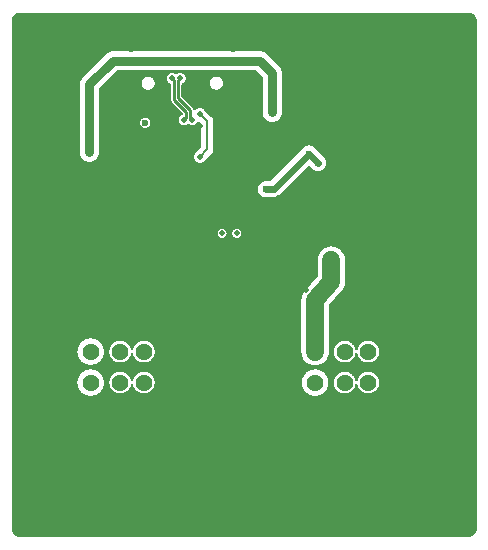
<source format=gbr>
%FSLAX46Y46*%
%MOMM*%
%ADD14C,0.200000*%
%ADD10C,0.236220*%
%ADD13C,0.400000*%
%ADD11C,0.600000*%
%ADD12C,0.800000*%
%ADD15C,1.500000*%
%AMPS16*
1,1,3.316000,0.000000,0.000000*
%
%ADD16PS16*%
%AMPS17*
1,1,1.428000,0.000000,0.000000*
%
%ADD17PS17*%
%AMPS20*
1,1,0.600000,0.000000,0.000000*
%
%ADD20PS20*%
%AMPS23*
1,1,1.500000,0.000000,0.000000*
%
%ADD23PS23*%
%AMPS21*
1,1,0.500000,0.000000,0.000000*
%
%ADD21PS21*%
%AMPS19*
21,1,1.050000,1.050000,0.000000,0.000000,270.000000*
1,1,1.050000,0.000000,-0.525000*
1,1,1.050000,0.000000,0.525000*
%
%ADD19PS19*%
%AMPS18*
21,1,1.050000,1.050000,0.000000,0.000000,270.000000*
1,1,1.050000,0.000000,-0.525000*
1,1,1.050000,0.000000,0.525000*
%
%ADD18PS18*%
%AMPS22*
1,1,1.500000,0.000000,0.000000*
%
%ADD22PS22*%
G01*
%LPD*%
G36*
X38997499Y310000D02*
X38998723Y310007D01*
X39015716Y310215D01*
X39018175Y310276D01*
X39032636Y310809D01*
X39035086Y310929D01*
X39049505Y311815D01*
X39051947Y311995D01*
X39066412Y313240D01*
X39068862Y313482D01*
X39083250Y315078D01*
X39085684Y315378D01*
X39100018Y317325D01*
X39102446Y317685D01*
X39116733Y319984D01*
X39119145Y320402D01*
X39133404Y323056D01*
X39135818Y323537D01*
X39149983Y326536D01*
X39152373Y327072D01*
X39166481Y330422D01*
X39168868Y331020D01*
X39182832Y334701D01*
X39185193Y335355D01*
X39199104Y339389D01*
X39201452Y340101D01*
X39215269Y344478D01*
X39217602Y345249D01*
X39231272Y349952D01*
X39233584Y350779D01*
X39247158Y355825D01*
X39249444Y356707D01*
X39262903Y362089D01*
X39265169Y363027D01*
X39278500Y368741D01*
X39280752Y369740D01*
X39293867Y375748D01*
X39296079Y376794D01*
X39309129Y383163D01*
X39311322Y384267D01*
X39324153Y390924D01*
X39326316Y392080D01*
X39339024Y399074D01*
X39341170Y400289D01*
X39353643Y407560D01*
X39355734Y408814D01*
X39368083Y416422D01*
X39370165Y417740D01*
X39382318Y425647D01*
X39384356Y427009D01*
X39396276Y435187D01*
X39398282Y436599D01*
X39410027Y445088D01*
X39411999Y446551D01*
X39423523Y455319D01*
X39425460Y456831D01*
X39436742Y465861D01*
X39438634Y467413D01*
X39449740Y476757D01*
X39451604Y478366D01*
X39462434Y487943D01*
X39464251Y489589D01*
X39474880Y499463D01*
X39476657Y501155D01*
X39487008Y511255D01*
X39488743Y512990D01*
X39498843Y523341D01*
X39500535Y525118D01*
X39510409Y535747D01*
X39512058Y537567D01*
X39521659Y548425D01*
X39523260Y550280D01*
X39532555Y561326D01*
X39534112Y563224D01*
X39543178Y574551D01*
X39544692Y576491D01*
X39553448Y588000D01*
X39554907Y589968D01*
X39563400Y601718D01*
X39564815Y603726D01*
X39572999Y615655D01*
X39574361Y617693D01*
X39582254Y629825D01*
X39583569Y631902D01*
X39591160Y644222D01*
X39592422Y646328D01*
X39599730Y658868D01*
X39600935Y660995D01*
X39607920Y673684D01*
X39609080Y675854D01*
X39615732Y688675D01*
X39616836Y690869D01*
X39623185Y703878D01*
X39624235Y706097D01*
X39630277Y719289D01*
X39631271Y721531D01*
X39636979Y734847D01*
X39637916Y737111D01*
X39643279Y750520D01*
X39644164Y752814D01*
X39649221Y766419D01*
X39650048Y768728D01*
X39654755Y782410D01*
X39655525Y784742D01*
X39659891Y798524D01*
X39660603Y800872D01*
X39664645Y814810D01*
X39665300Y817176D01*
X39668983Y831150D01*
X39669578Y833528D01*
X39672925Y847620D01*
X39673463Y850015D01*
X39676462Y864180D01*
X39676943Y866594D01*
X39679597Y880853D01*
X39680015Y883265D01*
X39682314Y897552D01*
X39682674Y899980D01*
X39684621Y914314D01*
X39684921Y916748D01*
X39686517Y931136D01*
X39686759Y933586D01*
X39688004Y948051D01*
X39688184Y950493D01*
X39689070Y964912D01*
X39689190Y967362D01*
X39689723Y981823D01*
X39689783Y984278D01*
X39689992Y1001297D01*
X39690000Y1002525D01*
X39690000Y43997474D01*
X39689992Y43998702D01*
X39689783Y44015720D01*
X39689723Y44018175D01*
X39689190Y44032636D01*
X39689070Y44035086D01*
X39688184Y44049505D01*
X39688004Y44051947D01*
X39686759Y44066412D01*
X39686517Y44068862D01*
X39684921Y44083250D01*
X39684621Y44085684D01*
X39682674Y44100018D01*
X39682314Y44102446D01*
X39680015Y44116733D01*
X39679597Y44119145D01*
X39676943Y44133404D01*
X39676462Y44135818D01*
X39673463Y44149983D01*
X39672927Y44152373D01*
X39669577Y44166481D01*
X39668979Y44168868D01*
X39665298Y44182832D01*
X39664644Y44185193D01*
X39660610Y44199104D01*
X39659898Y44201452D01*
X39655521Y44215269D01*
X39654751Y44217601D01*
X39650054Y44231254D01*
X39649227Y44233565D01*
X39644162Y44247191D01*
X39643279Y44249480D01*
X39637920Y44262881D01*
X39636977Y44265156D01*
X39631248Y44278518D01*
X39630258Y44280753D01*
X39624253Y44293864D01*
X39623204Y44296082D01*
X39616840Y44309122D01*
X39615737Y44311314D01*
X39609083Y44324140D01*
X39607922Y44326312D01*
X39600918Y44339036D01*
X39599712Y44341163D01*
X39592442Y44353638D01*
X39591178Y44355747D01*
X39583573Y44368089D01*
X39582259Y44370164D01*
X39574349Y44382322D01*
X39572988Y44384360D01*
X39564815Y44396273D01*
X39563399Y44398283D01*
X39554910Y44410027D01*
X39553451Y44411995D01*
X39544681Y44423522D01*
X39543171Y44425456D01*
X39534118Y44436768D01*
X39532556Y44438671D01*
X39523264Y44449713D01*
X39521664Y44451568D01*
X39512053Y44462437D01*
X39510406Y44464254D01*
X39500537Y44474878D01*
X39498848Y44476653D01*
X39488748Y44487005D01*
X39487005Y44488748D01*
X39476653Y44498848D01*
X39474878Y44500537D01*
X39464254Y44510406D01*
X39462437Y44512053D01*
X39451568Y44521664D01*
X39449713Y44523264D01*
X39438671Y44532556D01*
X39436768Y44534118D01*
X39425456Y44543171D01*
X39423522Y44544681D01*
X39411995Y44553451D01*
X39410027Y44554910D01*
X39398283Y44563399D01*
X39396273Y44564815D01*
X39384360Y44572988D01*
X39382322Y44574349D01*
X39370164Y44582259D01*
X39368089Y44583573D01*
X39355747Y44591178D01*
X39353638Y44592442D01*
X39341163Y44599712D01*
X39339036Y44600918D01*
X39326312Y44607922D01*
X39324140Y44609083D01*
X39311314Y44615737D01*
X39309122Y44616840D01*
X39296082Y44623204D01*
X39293864Y44624253D01*
X39280753Y44630258D01*
X39278518Y44631248D01*
X39265156Y44636977D01*
X39262881Y44637920D01*
X39249480Y44643279D01*
X39247191Y44644162D01*
X39233565Y44649227D01*
X39231254Y44650054D01*
X39217601Y44654751D01*
X39215269Y44655521D01*
X39201452Y44659898D01*
X39199104Y44660610D01*
X39185193Y44664644D01*
X39182832Y44665298D01*
X39168868Y44668979D01*
X39166481Y44669577D01*
X39152373Y44672927D01*
X39149983Y44673463D01*
X39135818Y44676462D01*
X39133404Y44676943D01*
X39119145Y44679597D01*
X39116733Y44680015D01*
X39102446Y44682314D01*
X39100018Y44682674D01*
X39085684Y44684621D01*
X39083250Y44684921D01*
X39068862Y44686517D01*
X39066412Y44686759D01*
X39051947Y44688004D01*
X39049505Y44688184D01*
X39035086Y44689070D01*
X39032636Y44689190D01*
X39018175Y44689723D01*
X39015720Y44689783D01*
X38998702Y44689992D01*
X38997474Y44690000D01*
X1002525Y44690000D01*
X1001297Y44689992D01*
X984278Y44689783D01*
X981823Y44689723D01*
X967362Y44689190D01*
X964912Y44689070D01*
X950493Y44688184D01*
X948051Y44688004D01*
X933586Y44686759D01*
X931136Y44686517D01*
X916748Y44684921D01*
X914314Y44684621D01*
X899980Y44682674D01*
X897552Y44682314D01*
X883265Y44680015D01*
X880853Y44679597D01*
X866594Y44676943D01*
X864180Y44676462D01*
X850015Y44673463D01*
X847620Y44672925D01*
X833528Y44669578D01*
X831150Y44668983D01*
X817176Y44665300D01*
X814810Y44664645D01*
X800872Y44660603D01*
X798524Y44659891D01*
X784742Y44655525D01*
X782410Y44654755D01*
X768728Y44650048D01*
X766419Y44649221D01*
X752814Y44644164D01*
X750520Y44643279D01*
X737111Y44637916D01*
X734847Y44636979D01*
X721531Y44631271D01*
X719289Y44630277D01*
X706097Y44624235D01*
X703878Y44623185D01*
X690869Y44616836D01*
X688675Y44615732D01*
X675854Y44609080D01*
X673684Y44607920D01*
X660995Y44600935D01*
X658868Y44599730D01*
X646328Y44592422D01*
X644222Y44591160D01*
X631902Y44583569D01*
X629825Y44582254D01*
X617693Y44574361D01*
X615655Y44572999D01*
X603726Y44564815D01*
X601718Y44563400D01*
X589968Y44554907D01*
X588000Y44553448D01*
X576491Y44544692D01*
X574551Y44543178D01*
X563224Y44534112D01*
X561326Y44532555D01*
X550280Y44523260D01*
X548425Y44521659D01*
X537567Y44512058D01*
X535747Y44510409D01*
X525118Y44500535D01*
X523341Y44498843D01*
X512990Y44488743D01*
X511255Y44487008D01*
X501155Y44476657D01*
X499463Y44474880D01*
X489589Y44464251D01*
X487943Y44462434D01*
X478366Y44451604D01*
X476757Y44449740D01*
X467413Y44438634D01*
X465861Y44436742D01*
X456831Y44425460D01*
X455319Y44423523D01*
X446551Y44411999D01*
X445088Y44410027D01*
X436599Y44398282D01*
X435187Y44396276D01*
X427009Y44384356D01*
X425647Y44382318D01*
X417740Y44370165D01*
X416422Y44368083D01*
X408814Y44355734D01*
X407560Y44353643D01*
X400289Y44341170D01*
X399074Y44339024D01*
X392080Y44326316D01*
X390924Y44324153D01*
X384267Y44311322D01*
X383163Y44309129D01*
X376794Y44296079D01*
X375748Y44293867D01*
X369740Y44280752D01*
X368741Y44278500D01*
X363027Y44265169D01*
X362089Y44262903D01*
X356707Y44249444D01*
X355825Y44247158D01*
X350779Y44233584D01*
X349952Y44231272D01*
X345249Y44217602D01*
X344478Y44215269D01*
X340101Y44201452D01*
X339389Y44199104D01*
X335355Y44185193D01*
X334701Y44182832D01*
X331020Y44168868D01*
X330422Y44166481D01*
X327072Y44152373D01*
X326536Y44149983D01*
X323537Y44135818D01*
X323056Y44133404D01*
X320402Y44119145D01*
X319984Y44116733D01*
X317685Y44102446D01*
X317325Y44100018D01*
X315378Y44085684D01*
X315078Y44083250D01*
X313482Y44068862D01*
X313240Y44066412D01*
X311995Y44051947D01*
X311815Y44049505D01*
X310929Y44035086D01*
X310809Y44032636D01*
X310276Y44018175D01*
X310215Y44015716D01*
X310007Y43998723D01*
X310000Y43997499D01*
X310000Y1002499D01*
X310007Y1001275D01*
X310215Y984282D01*
X310276Y981823D01*
X310809Y967362D01*
X310929Y964912D01*
X311815Y950493D01*
X311995Y948051D01*
X313240Y933586D01*
X313482Y931136D01*
X315078Y916748D01*
X315378Y914314D01*
X317325Y899980D01*
X317685Y897552D01*
X319984Y883265D01*
X320402Y880853D01*
X323056Y866594D01*
X323537Y864180D01*
X326538Y850006D01*
X327075Y847612D01*
X330412Y833561D01*
X331009Y831181D01*
X334712Y817132D01*
X335365Y814769D01*
X339388Y800895D01*
X340101Y798546D01*
X344478Y784729D01*
X345249Y782395D01*
X349947Y768740D01*
X350773Y766431D01*
X355835Y752813D01*
X356718Y750524D01*
X362085Y737103D01*
X363027Y734830D01*
X368742Y721500D01*
X369734Y719261D01*
X375747Y706133D01*
X376795Y703917D01*
X383155Y690885D01*
X384259Y688692D01*
X390932Y675830D01*
X392090Y673663D01*
X399074Y660974D01*
X400283Y658841D01*
X407555Y646363D01*
X408819Y644254D01*
X416433Y631898D01*
X417745Y629825D01*
X425638Y617693D01*
X427000Y615655D01*
X435184Y603726D01*
X436600Y601716D01*
X445089Y589972D01*
X446548Y588004D01*
X455318Y576477D01*
X456830Y574541D01*
X465874Y563241D01*
X467427Y561348D01*
X476749Y550268D01*
X478358Y548403D01*
X487950Y537556D01*
X489595Y535740D01*
X499465Y525115D01*
X501154Y523341D01*
X511250Y512993D01*
X512993Y511250D01*
X523341Y501154D01*
X525115Y499465D01*
X535740Y489595D01*
X537556Y487950D01*
X548403Y478358D01*
X550268Y476749D01*
X561348Y467427D01*
X563241Y465874D01*
X574541Y456830D01*
X576477Y455318D01*
X588004Y446548D01*
X589972Y445089D01*
X601716Y436600D01*
X603726Y435184D01*
X615655Y427000D01*
X617693Y425638D01*
X629825Y417745D01*
X631898Y416433D01*
X644254Y408819D01*
X646363Y407555D01*
X658841Y400283D01*
X660974Y399074D01*
X673663Y392090D01*
X675830Y390932D01*
X688692Y384259D01*
X690885Y383155D01*
X703917Y376795D01*
X706133Y375747D01*
X719261Y369734D01*
X721500Y368742D01*
X734830Y363027D01*
X737103Y362085D01*
X750524Y356718D01*
X752813Y355835D01*
X766431Y350773D01*
X768740Y349947D01*
X782395Y345249D01*
X784729Y344478D01*
X798546Y340101D01*
X800895Y339388D01*
X814769Y335365D01*
X817132Y334712D01*
X831181Y331009D01*
X833561Y330412D01*
X847612Y327075D01*
X850006Y326538D01*
X864180Y323537D01*
X866594Y323056D01*
X880853Y320402D01*
X883265Y319984D01*
X897552Y317685D01*
X899980Y317325D01*
X914314Y315378D01*
X916748Y315078D01*
X931136Y313482D01*
X933586Y313240D01*
X948051Y311995D01*
X950493Y311815D01*
X964912Y310929D01*
X967362Y310809D01*
X981823Y310276D01*
X984282Y310215D01*
X1001275Y310007D01*
X1002499Y310000D01*
X38997499Y310000D01*
D02*
G37*
%LPC*%
G36*
X6919576Y32072431D02*
X6830424Y32072431D01*
X6762152Y32079154D01*
X6674699Y32096550D01*
X6609056Y32116464D01*
X6526679Y32150585D01*
X6466193Y32182915D01*
X6392042Y32232462D01*
X6339025Y32275972D01*
X6275972Y32339025D01*
X6232462Y32392042D01*
X6182915Y32466193D01*
X6150585Y32526679D01*
X6116464Y32609056D01*
X6096550Y32674699D01*
X6079154Y32762152D01*
X6072191Y32832864D01*
X6070000Y32877463D01*
X6070000Y38622537D01*
X6072191Y38667135D01*
X6079154Y38737846D01*
X6096551Y38825301D01*
X6116464Y38890943D01*
X6150585Y38973320D01*
X6182915Y39033806D01*
X6232462Y39107957D01*
X6276092Y39161120D01*
X6307638Y39192905D01*
X6313716Y39202156D01*
X8297090Y41185530D01*
X8307094Y41192361D01*
X8338879Y41223907D01*
X8392042Y41267537D01*
X8466193Y41317084D01*
X8526679Y41349414D01*
X8609056Y41383535D01*
X8674698Y41403448D01*
X8762156Y41420846D01*
X8832842Y41427808D01*
X8877465Y41430000D01*
X21372535Y41430000D01*
X21417158Y41427808D01*
X21487843Y41420846D01*
X21575301Y41403448D01*
X21640943Y41383535D01*
X21723320Y41349414D01*
X21783806Y41317084D01*
X21857957Y41267537D01*
X21912881Y41222462D01*
X21945949Y41192491D01*
X22942491Y40195949D01*
X22972462Y40162881D01*
X23017537Y40107957D01*
X23067084Y40033806D01*
X23099414Y39973320D01*
X23133535Y39890943D01*
X23153448Y39825301D01*
X23170846Y39737843D01*
X23177808Y39667158D01*
X23180000Y39622535D01*
X23180000Y36252465D01*
X23177808Y36207842D01*
X23170846Y36137156D01*
X23153448Y36049698D01*
X23133535Y35984056D01*
X23099414Y35901679D01*
X23067084Y35841193D01*
X23017537Y35767042D01*
X22974027Y35714025D01*
X22910974Y35650972D01*
X22857957Y35607462D01*
X22783806Y35557915D01*
X22723320Y35525585D01*
X22640943Y35491464D01*
X22575301Y35471551D01*
X22487846Y35454154D01*
X22419576Y35447431D01*
X22330424Y35447431D01*
X22262152Y35454154D01*
X22174699Y35471550D01*
X22109056Y35491464D01*
X22026679Y35525585D01*
X21966193Y35557915D01*
X21892042Y35607462D01*
X21839025Y35650972D01*
X21775972Y35714025D01*
X21732462Y35767042D01*
X21682915Y35841193D01*
X21650585Y35901679D01*
X21616464Y35984056D01*
X21596550Y36049699D01*
X21579154Y36137152D01*
X21572191Y36207864D01*
X21570000Y36252463D01*
X21570000Y39250138D01*
X21562080Y39289142D01*
X21540711Y39320849D01*
X21070849Y39790711D01*
X21037669Y39812690D01*
X21000138Y39820000D01*
X9249862Y39820000D01*
X9210858Y39812080D01*
X9179151Y39790711D01*
X7709289Y38320849D01*
X7687310Y38287669D01*
X7680000Y38250138D01*
X7680000Y32877465D01*
X7677808Y32832842D01*
X7670846Y32762156D01*
X7653448Y32674698D01*
X7633535Y32609056D01*
X7599414Y32526679D01*
X7567084Y32466193D01*
X7517537Y32392042D01*
X7474027Y32339025D01*
X7410974Y32275972D01*
X7357957Y32232462D01*
X7283806Y32182915D01*
X7223320Y32150585D01*
X7140943Y32116464D01*
X7075301Y32096551D01*
X6987846Y32079154D01*
X6919576Y32072431D01*
D02*
G37*
%LPC*%
G36*
X16294602Y31997433D02*
X16205400Y31997433D01*
X16195670Y31998391D01*
X16108241Y32015783D01*
X16098880Y32018622D01*
X16016478Y32052752D01*
X16007870Y32057353D01*
X15933697Y32106917D01*
X15926144Y32113116D01*
X15863116Y32176144D01*
X15856917Y32183697D01*
X15807353Y32257870D01*
X15802752Y32266478D01*
X15768622Y32348880D01*
X15765783Y32358241D01*
X15748391Y32445670D01*
X15747433Y32455400D01*
X15747433Y32544602D01*
X15748392Y32554332D01*
X15765783Y32641758D01*
X15768622Y32651119D01*
X15802752Y32733521D01*
X15807355Y32742132D01*
X15856904Y32816286D01*
X15864672Y32825751D01*
X15894641Y32858817D01*
X16340711Y33304887D01*
X16362690Y33338067D01*
X16370000Y33375598D01*
X16370000Y35249402D01*
X16362080Y35288406D01*
X16340711Y35320113D01*
X16181436Y35479388D01*
X16148256Y35501367D01*
X16109131Y35508664D01*
X16070259Y35500124D01*
X16037796Y35477098D01*
X16018336Y35446943D01*
X16015239Y35439465D01*
X16006847Y35421721D01*
X15995052Y35399653D01*
X15984964Y35382822D01*
X15971068Y35362026D01*
X15959371Y35346254D01*
X15943494Y35326910D01*
X15930324Y35312379D01*
X15912621Y35294676D01*
X15898090Y35281506D01*
X15878746Y35265629D01*
X15862974Y35253932D01*
X15842178Y35240036D01*
X15825347Y35229948D01*
X15803279Y35218153D01*
X15785527Y35209758D01*
X15762435Y35200192D01*
X15743948Y35193577D01*
X15719994Y35186310D01*
X15700977Y35181546D01*
X15676426Y35176663D01*
X15657011Y35173783D01*
X15632119Y35171332D01*
X15612502Y35170368D01*
X15587498Y35170368D01*
X15567881Y35171332D01*
X15542989Y35173783D01*
X15523574Y35176663D01*
X15499023Y35181546D01*
X15480006Y35186310D01*
X15456052Y35193577D01*
X15437565Y35200192D01*
X15414473Y35209758D01*
X15396721Y35218153D01*
X15374653Y35229948D01*
X15357822Y35240036D01*
X15337026Y35253932D01*
X15321252Y35265630D01*
X15313443Y35272040D01*
X15278269Y35290663D01*
X15238618Y35294092D01*
X15186557Y35272040D01*
X15178748Y35265630D01*
X15162974Y35253932D01*
X15142178Y35240036D01*
X15125347Y35229948D01*
X15103279Y35218153D01*
X15085527Y35209758D01*
X15062435Y35200192D01*
X15043948Y35193577D01*
X15019994Y35186310D01*
X15000977Y35181546D01*
X14976426Y35176663D01*
X14957011Y35173783D01*
X14932119Y35171332D01*
X14912502Y35170368D01*
X14887498Y35170368D01*
X14867881Y35171332D01*
X14842989Y35173783D01*
X14823574Y35176663D01*
X14799023Y35181546D01*
X14780006Y35186310D01*
X14756052Y35193577D01*
X14737565Y35200192D01*
X14714473Y35209758D01*
X14696721Y35218153D01*
X14674653Y35229948D01*
X14657822Y35240036D01*
X14637026Y35253932D01*
X14621254Y35265629D01*
X14601910Y35281506D01*
X14587379Y35294676D01*
X14569676Y35312379D01*
X14556506Y35326910D01*
X14540629Y35346254D01*
X14528932Y35362026D01*
X14515036Y35382822D01*
X14504948Y35399653D01*
X14493153Y35421721D01*
X14484758Y35439473D01*
X14475192Y35462565D01*
X14468577Y35481052D01*
X14461310Y35505006D01*
X14456546Y35524023D01*
X14451663Y35548574D01*
X14448783Y35567989D01*
X14446332Y35592881D01*
X14445368Y35612498D01*
X14445368Y35637502D01*
X14446332Y35657119D01*
X14448783Y35682011D01*
X14451663Y35701426D01*
X14456546Y35725977D01*
X14461310Y35744994D01*
X14468577Y35768948D01*
X14475192Y35787435D01*
X14484758Y35810527D01*
X14493153Y35828279D01*
X14504948Y35850347D01*
X14515036Y35867178D01*
X14528932Y35887974D01*
X14540629Y35903746D01*
X14556506Y35923090D01*
X14569676Y35937621D01*
X14587379Y35955324D01*
X14601910Y35968494D01*
X14621254Y35984371D01*
X14637026Y35996068D01*
X14657822Y36009964D01*
X14674653Y36020052D01*
X14696721Y36031847D01*
X14714473Y36040242D01*
X14737559Y36049805D01*
X14748971Y36053889D01*
X14783026Y36074487D01*
X14806350Y36106736D01*
X14815280Y36148043D01*
X14815280Y36153512D01*
X14807360Y36192516D01*
X14785991Y36224223D01*
X13893732Y37116482D01*
X13890186Y37121650D01*
X13877372Y37134446D01*
X13868946Y37144713D01*
X13848813Y37174846D01*
X13842524Y37186610D01*
X13828658Y37220085D01*
X13824789Y37232840D01*
X13817717Y37268391D01*
X13816171Y37284100D01*
X13815280Y37302236D01*
X13815280Y38601957D01*
X13807360Y38640961D01*
X13784855Y38673786D01*
X13748971Y38696111D01*
X13737559Y38700195D01*
X13714473Y38709758D01*
X13696721Y38718153D01*
X13674653Y38729948D01*
X13657822Y38740036D01*
X13637026Y38753932D01*
X13621254Y38765629D01*
X13601910Y38781506D01*
X13587379Y38794676D01*
X13569676Y38812379D01*
X13556506Y38826910D01*
X13540629Y38846254D01*
X13528932Y38862026D01*
X13515036Y38882822D01*
X13504948Y38899653D01*
X13493153Y38921721D01*
X13484758Y38939473D01*
X13475192Y38962565D01*
X13468577Y38981052D01*
X13461310Y39005006D01*
X13456546Y39024023D01*
X13451663Y39048574D01*
X13448783Y39067989D01*
X13446332Y39092881D01*
X13445368Y39112498D01*
X13445368Y39137502D01*
X13446332Y39157119D01*
X13448783Y39182011D01*
X13451663Y39201426D01*
X13456546Y39225977D01*
X13461310Y39244994D01*
X13468577Y39268948D01*
X13475192Y39287435D01*
X13484758Y39310527D01*
X13493153Y39328279D01*
X13504948Y39350347D01*
X13515036Y39367178D01*
X13528932Y39387974D01*
X13540629Y39403746D01*
X13556506Y39423090D01*
X13569676Y39437621D01*
X13587379Y39455324D01*
X13601910Y39468494D01*
X13621254Y39484371D01*
X13637026Y39496068D01*
X13657822Y39509964D01*
X13674653Y39520052D01*
X13696721Y39531847D01*
X13714473Y39540242D01*
X13737565Y39549808D01*
X13756052Y39556423D01*
X13780006Y39563690D01*
X13799023Y39568454D01*
X13823574Y39573337D01*
X13842989Y39576217D01*
X13867881Y39578668D01*
X13887498Y39579632D01*
X13912502Y39579632D01*
X13932119Y39578668D01*
X13957011Y39576217D01*
X13976426Y39573337D01*
X14000977Y39568454D01*
X14019994Y39563690D01*
X14043948Y39556423D01*
X14062435Y39549808D01*
X14085527Y39540242D01*
X14103279Y39531847D01*
X14125347Y39520052D01*
X14142178Y39509964D01*
X14162974Y39496068D01*
X14178748Y39484370D01*
X14186557Y39477960D01*
X14221731Y39459337D01*
X14261382Y39455908D01*
X14313443Y39477960D01*
X14321252Y39484370D01*
X14337026Y39496068D01*
X14357822Y39509964D01*
X14374653Y39520052D01*
X14396721Y39531847D01*
X14414473Y39540242D01*
X14437565Y39549808D01*
X14456052Y39556423D01*
X14480006Y39563690D01*
X14499023Y39568454D01*
X14523574Y39573337D01*
X14542989Y39576217D01*
X14567881Y39578668D01*
X14587498Y39579632D01*
X14612502Y39579632D01*
X14632119Y39578668D01*
X14657011Y39576217D01*
X14676426Y39573337D01*
X14700977Y39568454D01*
X14719994Y39563690D01*
X14743948Y39556423D01*
X14762435Y39549808D01*
X14785527Y39540242D01*
X14803279Y39531847D01*
X14825347Y39520052D01*
X14842178Y39509964D01*
X14862974Y39496068D01*
X14878746Y39484371D01*
X14898090Y39468494D01*
X14912621Y39455324D01*
X14930324Y39437621D01*
X14943494Y39423090D01*
X14959371Y39403746D01*
X14971068Y39387974D01*
X14984964Y39367178D01*
X14995052Y39350347D01*
X15006847Y39328279D01*
X15015242Y39310527D01*
X15024808Y39287435D01*
X15031423Y39268948D01*
X15038690Y39244994D01*
X15043454Y39225977D01*
X15048337Y39201426D01*
X15051217Y39182011D01*
X15053668Y39157119D01*
X15054632Y39137502D01*
X15054632Y39112498D01*
X15053668Y39092881D01*
X15051217Y39067989D01*
X15048337Y39048574D01*
X15043454Y39024023D01*
X15038690Y39005006D01*
X15031423Y38981052D01*
X15024808Y38962565D01*
X15015242Y38939473D01*
X15006847Y38921721D01*
X14995052Y38899653D01*
X14984964Y38882822D01*
X14971068Y38862026D01*
X14959371Y38846254D01*
X14943494Y38826910D01*
X14930324Y38812379D01*
X14912621Y38794676D01*
X14898090Y38781506D01*
X14878746Y38765629D01*
X14862974Y38753932D01*
X14842178Y38740036D01*
X14825347Y38729948D01*
X14803279Y38718153D01*
X14785527Y38709758D01*
X14762441Y38700195D01*
X14751029Y38696111D01*
X14716974Y38675513D01*
X14693650Y38643264D01*
X14684720Y38601957D01*
X14684720Y37596488D01*
X14692640Y37557484D01*
X14714009Y37525777D01*
X15608854Y36630932D01*
X15621044Y36617483D01*
X15631053Y36605286D01*
X15651186Y36575153D01*
X15657475Y36563389D01*
X15671341Y36529914D01*
X15675212Y36517154D01*
X15681559Y36485248D01*
X15696937Y36448539D01*
X15725414Y36420736D01*
X15762480Y36406242D01*
X15802264Y36407353D01*
X15838464Y36423893D01*
X15856937Y36441319D01*
X15863107Y36448837D01*
X15926165Y36511895D01*
X15933713Y36518089D01*
X16007871Y36567640D01*
X16016482Y36572243D01*
X16098884Y36606373D01*
X16108245Y36609212D01*
X16195674Y36626604D01*
X16205404Y36627562D01*
X16294606Y36627562D01*
X16304336Y36626603D01*
X16391762Y36609212D01*
X16401123Y36606373D01*
X16483525Y36572243D01*
X16492134Y36567641D01*
X16566283Y36518098D01*
X16575736Y36510340D01*
X16608823Y36480353D01*
X17230350Y35858826D01*
X17260348Y35825729D01*
X17268093Y35816291D01*
X17317644Y35742133D01*
X17322248Y35733520D01*
X17356373Y35651138D01*
X17359209Y35641788D01*
X17376609Y35554324D01*
X17377809Y35542147D01*
X17380000Y35497554D01*
X17380000Y33127446D01*
X17377809Y33082855D01*
X17376609Y33070674D01*
X17359209Y32983212D01*
X17356373Y32973861D01*
X17322248Y32891479D01*
X17317644Y32882866D01*
X17268093Y32808708D01*
X17261779Y32801014D01*
X17230230Y32769227D01*
X17224152Y32759976D01*
X16608817Y32144641D01*
X16575751Y32114672D01*
X16566286Y32106904D01*
X16492132Y32057355D01*
X16483521Y32052752D01*
X16401119Y32018622D01*
X16391758Y32015783D01*
X16304332Y31998392D01*
X16294602Y31997433D01*
D02*
G37*
%LPC*%
G36*
X17652525Y38170368D02*
X17627475Y38170368D01*
X17598100Y38171812D01*
X17573183Y38174266D01*
X17544049Y38178587D01*
X17519549Y38183461D01*
X17490972Y38190618D01*
X17467021Y38197884D01*
X17439305Y38207801D01*
X17416192Y38217375D01*
X17389586Y38229959D01*
X17367515Y38241756D01*
X17342267Y38256889D01*
X17321460Y38270792D01*
X17297821Y38288324D01*
X17278472Y38304203D01*
X17256670Y38323963D01*
X17238963Y38341670D01*
X17219203Y38363472D01*
X17203324Y38382821D01*
X17185792Y38406460D01*
X17171889Y38427267D01*
X17156756Y38452515D01*
X17144959Y38474586D01*
X17132375Y38501192D01*
X17122801Y38524305D01*
X17112884Y38552021D01*
X17105618Y38575972D01*
X17098461Y38604549D01*
X17093587Y38629049D01*
X17089266Y38658183D01*
X17086812Y38683100D01*
X17085368Y38712475D01*
X17085368Y38737525D01*
X17086812Y38766900D01*
X17089266Y38791817D01*
X17093587Y38820951D01*
X17098461Y38845451D01*
X17105618Y38874028D01*
X17112884Y38897979D01*
X17122801Y38925695D01*
X17132375Y38948808D01*
X17144959Y38975414D01*
X17156756Y38997485D01*
X17171889Y39022733D01*
X17185792Y39043540D01*
X17203324Y39067179D01*
X17219203Y39086528D01*
X17238963Y39108330D01*
X17256670Y39126037D01*
X17278472Y39145797D01*
X17297821Y39161676D01*
X17321460Y39179208D01*
X17342267Y39193111D01*
X17367515Y39208244D01*
X17389586Y39220041D01*
X17416192Y39232625D01*
X17439305Y39242199D01*
X17467021Y39252116D01*
X17490972Y39259382D01*
X17519549Y39266539D01*
X17544049Y39271413D01*
X17573183Y39275734D01*
X17598100Y39278188D01*
X17627475Y39279632D01*
X17652525Y39279632D01*
X17681900Y39278188D01*
X17706817Y39275734D01*
X17735951Y39271413D01*
X17760451Y39266539D01*
X17789028Y39259382D01*
X17812979Y39252116D01*
X17840695Y39242199D01*
X17863808Y39232625D01*
X17890414Y39220041D01*
X17912485Y39208244D01*
X17937733Y39193111D01*
X17958540Y39179208D01*
X17982179Y39161676D01*
X18001528Y39145797D01*
X18023330Y39126037D01*
X18041037Y39108330D01*
X18060797Y39086528D01*
X18076676Y39067179D01*
X18094208Y39043540D01*
X18108111Y39022733D01*
X18123244Y38997485D01*
X18135041Y38975414D01*
X18147625Y38948808D01*
X18157199Y38925695D01*
X18167116Y38897979D01*
X18174382Y38874028D01*
X18181539Y38845451D01*
X18186413Y38820951D01*
X18190734Y38791817D01*
X18193188Y38766900D01*
X18194632Y38737525D01*
X18194632Y38712475D01*
X18193188Y38683100D01*
X18190734Y38658183D01*
X18186413Y38629049D01*
X18181539Y38604549D01*
X18174382Y38575972D01*
X18167116Y38552021D01*
X18157199Y38524305D01*
X18147625Y38501192D01*
X18135041Y38474586D01*
X18123244Y38452515D01*
X18108111Y38427267D01*
X18094208Y38406460D01*
X18076676Y38382821D01*
X18060797Y38363472D01*
X18041037Y38341670D01*
X18023330Y38323963D01*
X18001528Y38304203D01*
X17982179Y38288324D01*
X17958540Y38270792D01*
X17937733Y38256889D01*
X17912485Y38241756D01*
X17890414Y38229959D01*
X17863808Y38217375D01*
X17840695Y38207801D01*
X17812979Y38197884D01*
X17789028Y38190618D01*
X17760451Y38183461D01*
X17735951Y38178587D01*
X17706817Y38174266D01*
X17681900Y38171812D01*
X17652525Y38170368D01*
D02*
G37*
%LPC*%
G36*
X11872525Y38170368D02*
X11847475Y38170368D01*
X11818100Y38171812D01*
X11793183Y38174266D01*
X11764049Y38178587D01*
X11739549Y38183461D01*
X11710972Y38190618D01*
X11687021Y38197884D01*
X11659305Y38207801D01*
X11636192Y38217375D01*
X11609586Y38229959D01*
X11587515Y38241756D01*
X11562267Y38256889D01*
X11541460Y38270792D01*
X11517821Y38288324D01*
X11498472Y38304203D01*
X11476670Y38323963D01*
X11458963Y38341670D01*
X11439203Y38363472D01*
X11423324Y38382821D01*
X11405792Y38406460D01*
X11391889Y38427267D01*
X11376756Y38452515D01*
X11364959Y38474586D01*
X11352375Y38501192D01*
X11342801Y38524305D01*
X11332884Y38552021D01*
X11325618Y38575972D01*
X11318461Y38604549D01*
X11313587Y38629049D01*
X11309266Y38658183D01*
X11306812Y38683100D01*
X11305368Y38712475D01*
X11305368Y38737525D01*
X11306812Y38766900D01*
X11309266Y38791817D01*
X11313587Y38820951D01*
X11318461Y38845451D01*
X11325618Y38874028D01*
X11332884Y38897979D01*
X11342801Y38925695D01*
X11352375Y38948808D01*
X11364959Y38975414D01*
X11376756Y38997485D01*
X11391889Y39022733D01*
X11405792Y39043540D01*
X11423324Y39067179D01*
X11439203Y39086528D01*
X11458963Y39108330D01*
X11476670Y39126037D01*
X11498472Y39145797D01*
X11517821Y39161676D01*
X11541460Y39179208D01*
X11562267Y39193111D01*
X11587515Y39208244D01*
X11609586Y39220041D01*
X11636192Y39232625D01*
X11659305Y39242199D01*
X11687021Y39252116D01*
X11710972Y39259382D01*
X11739549Y39266539D01*
X11764049Y39271413D01*
X11793183Y39275734D01*
X11818100Y39278188D01*
X11847475Y39279632D01*
X11872525Y39279632D01*
X11901900Y39278188D01*
X11926817Y39275734D01*
X11955951Y39271413D01*
X11980451Y39266539D01*
X12009028Y39259382D01*
X12032979Y39252116D01*
X12060695Y39242199D01*
X12083808Y39232625D01*
X12110414Y39220041D01*
X12132485Y39208244D01*
X12157733Y39193111D01*
X12178540Y39179208D01*
X12202179Y39161676D01*
X12221528Y39145797D01*
X12243330Y39126037D01*
X12261037Y39108330D01*
X12280797Y39086528D01*
X12296676Y39067179D01*
X12314208Y39043540D01*
X12328111Y39022733D01*
X12343244Y38997485D01*
X12355041Y38975414D01*
X12367625Y38948808D01*
X12377199Y38925695D01*
X12387116Y38897979D01*
X12394382Y38874028D01*
X12401539Y38845451D01*
X12406413Y38820951D01*
X12410734Y38791817D01*
X12413188Y38766900D01*
X12414632Y38737525D01*
X12414632Y38712475D01*
X12413188Y38683100D01*
X12410734Y38658183D01*
X12406413Y38629049D01*
X12401539Y38604549D01*
X12394382Y38575972D01*
X12387116Y38552021D01*
X12377199Y38524305D01*
X12367625Y38501192D01*
X12355041Y38474586D01*
X12343244Y38452515D01*
X12328111Y38427267D01*
X12314208Y38406460D01*
X12296676Y38382821D01*
X12280797Y38363472D01*
X12261037Y38341670D01*
X12243330Y38323963D01*
X12221528Y38304203D01*
X12202179Y38288324D01*
X12178540Y38270792D01*
X12157733Y38256889D01*
X12132485Y38241756D01*
X12110414Y38229959D01*
X12083808Y38217375D01*
X12060695Y38207801D01*
X12032979Y38197884D01*
X12009028Y38190618D01*
X11980451Y38183461D01*
X11955951Y38178587D01*
X11926817Y38174266D01*
X11901900Y38171812D01*
X11872525Y38170368D01*
D02*
G37*
%LPC*%
G36*
X11634088Y34940275D02*
X11615912Y34940275D01*
X11591429Y34941478D01*
X11573371Y34943257D01*
X11549087Y34946860D01*
X11531279Y34950402D01*
X11507506Y34956356D01*
X11490123Y34961629D01*
X11467022Y34969895D01*
X11450259Y34976839D01*
X11428071Y34987333D01*
X11412079Y34995881D01*
X11391031Y35008497D01*
X11375937Y35018582D01*
X11356228Y35033199D01*
X11342213Y35044701D01*
X11324035Y35061176D01*
X11311184Y35074027D01*
X11294709Y35092205D01*
X11283207Y35106220D01*
X11268590Y35125929D01*
X11258505Y35141023D01*
X11245889Y35162071D01*
X11237341Y35178063D01*
X11226847Y35200251D01*
X11219903Y35217014D01*
X11211637Y35240115D01*
X11206364Y35257498D01*
X11200410Y35281271D01*
X11196868Y35299079D01*
X11193265Y35323363D01*
X11191486Y35341421D01*
X11190283Y35365904D01*
X11190283Y35384080D01*
X11191486Y35408563D01*
X11193265Y35426621D01*
X11196868Y35450905D01*
X11200410Y35468713D01*
X11206364Y35492486D01*
X11211637Y35509869D01*
X11219903Y35532970D01*
X11226847Y35549733D01*
X11237341Y35571921D01*
X11245889Y35587913D01*
X11258505Y35608961D01*
X11268590Y35624055D01*
X11283207Y35643764D01*
X11294709Y35657779D01*
X11311184Y35675957D01*
X11324035Y35688808D01*
X11342213Y35705283D01*
X11356228Y35716785D01*
X11375937Y35731402D01*
X11391031Y35741487D01*
X11412079Y35754103D01*
X11428071Y35762651D01*
X11450259Y35773145D01*
X11467022Y35780089D01*
X11490123Y35788355D01*
X11507506Y35793628D01*
X11531279Y35799582D01*
X11549087Y35803124D01*
X11573371Y35806727D01*
X11591429Y35808506D01*
X11615912Y35809709D01*
X11634088Y35809709D01*
X11658571Y35808506D01*
X11676629Y35806727D01*
X11700913Y35803124D01*
X11718721Y35799582D01*
X11742494Y35793628D01*
X11759877Y35788355D01*
X11782978Y35780089D01*
X11799741Y35773145D01*
X11821929Y35762651D01*
X11837921Y35754103D01*
X11858969Y35741487D01*
X11874063Y35731402D01*
X11893772Y35716785D01*
X11907787Y35705283D01*
X11925965Y35688808D01*
X11938816Y35675957D01*
X11955291Y35657779D01*
X11966793Y35643764D01*
X11981410Y35624055D01*
X11991495Y35608961D01*
X12004111Y35587913D01*
X12012659Y35571921D01*
X12023153Y35549733D01*
X12030097Y35532970D01*
X12038363Y35509869D01*
X12043636Y35492486D01*
X12049590Y35468713D01*
X12053132Y35450905D01*
X12056735Y35426621D01*
X12058514Y35408563D01*
X12059717Y35384080D01*
X12059717Y35365904D01*
X12058514Y35341421D01*
X12056735Y35323363D01*
X12053132Y35299079D01*
X12049590Y35281271D01*
X12043636Y35257498D01*
X12038363Y35240115D01*
X12030097Y35217014D01*
X12023153Y35200251D01*
X12012659Y35178063D01*
X12004111Y35162071D01*
X11991495Y35141023D01*
X11981410Y35125929D01*
X11966793Y35106220D01*
X11955291Y35092205D01*
X11938816Y35074027D01*
X11925965Y35061176D01*
X11907787Y35044701D01*
X11893772Y35033199D01*
X11874063Y35018582D01*
X11858969Y35008497D01*
X11837921Y34995881D01*
X11821929Y34987333D01*
X11799741Y34976839D01*
X11782978Y34969895D01*
X11759877Y34961629D01*
X11742494Y34956356D01*
X11718721Y34950402D01*
X11700913Y34946860D01*
X11676629Y34943257D01*
X11658571Y34941478D01*
X11634088Y34940275D01*
D02*
G37*
%LPC*%
G36*
X22497537Y29045000D02*
X21877463Y29045000D01*
X21832865Y29047191D01*
X21781659Y29052233D01*
X21694210Y29069628D01*
X21647326Y29083851D01*
X21564946Y29117973D01*
X21521744Y29141066D01*
X21447604Y29190604D01*
X21409744Y29221674D01*
X21346674Y29284744D01*
X21315604Y29322604D01*
X21266066Y29396744D01*
X21242973Y29439946D01*
X21208851Y29522326D01*
X21194628Y29569210D01*
X21177233Y29656659D01*
X21172431Y29705423D01*
X21172431Y29794578D01*
X21177233Y29843341D01*
X21194628Y29930789D01*
X21208851Y29977673D01*
X21242973Y30060053D01*
X21266066Y30103255D01*
X21315604Y30177395D01*
X21346674Y30215255D01*
X21409744Y30278325D01*
X21447604Y30309395D01*
X21521744Y30358933D01*
X21564946Y30382026D01*
X21647326Y30416148D01*
X21694208Y30430370D01*
X21781661Y30447767D01*
X21832840Y30452808D01*
X21877464Y30455000D01*
X22166558Y30455000D01*
X22205562Y30462920D01*
X22237269Y30484289D01*
X24999761Y33246781D01*
X25032840Y33276762D01*
X25072599Y33309392D01*
X25146744Y33358934D01*
X25189946Y33382026D01*
X25272326Y33416148D01*
X25319210Y33430371D01*
X25406659Y33447766D01*
X25455423Y33452568D01*
X25544578Y33452568D01*
X25593341Y33447766D01*
X25680789Y33430371D01*
X25727673Y33416148D01*
X25810053Y33382026D01*
X25853255Y33358933D01*
X25927395Y33309395D01*
X25967157Y33276764D01*
X26000240Y33246780D01*
X26746780Y32500240D01*
X26776764Y32467157D01*
X26809395Y32427395D01*
X26858933Y32353255D01*
X26882026Y32310053D01*
X26916148Y32227673D01*
X26930371Y32180789D01*
X26947766Y32093341D01*
X26952568Y32044578D01*
X26952568Y31955423D01*
X26947766Y31906659D01*
X26930371Y31819210D01*
X26916148Y31772326D01*
X26882026Y31689946D01*
X26858934Y31646744D01*
X26809392Y31572599D01*
X26778323Y31534742D01*
X26715259Y31471678D01*
X26677400Y31440608D01*
X26603255Y31391065D01*
X26560053Y31367973D01*
X26477673Y31333851D01*
X26430789Y31319628D01*
X26343341Y31302233D01*
X26294578Y31297431D01*
X26205423Y31297431D01*
X26156659Y31302233D01*
X26069210Y31319628D01*
X26022326Y31333851D01*
X25939946Y31367973D01*
X25896742Y31391066D01*
X25822597Y31440610D01*
X25782839Y31473240D01*
X25749760Y31503220D01*
X25570711Y31682269D01*
X25537531Y31704248D01*
X25498406Y31711545D01*
X25459534Y31703005D01*
X25429289Y31682269D01*
X23007204Y29260184D01*
X22997193Y29253348D01*
X22965401Y29221793D01*
X22927395Y29190604D01*
X22853255Y29141066D01*
X22810053Y29117973D01*
X22727673Y29083851D01*
X22680789Y29069628D01*
X22593341Y29052233D01*
X22542136Y29047191D01*
X22497537Y29045000D01*
D02*
G37*
%LPC*%
G36*
X19384067Y25615283D02*
X19365933Y25615283D01*
X19346308Y25616247D01*
X19328274Y25618024D01*
X19308842Y25620907D01*
X19291034Y25624449D01*
X19272014Y25629213D01*
X19254634Y25634485D01*
X19236152Y25641098D01*
X19219395Y25648039D01*
X19201667Y25656423D01*
X19185625Y25664998D01*
X19168809Y25675078D01*
X19153724Y25685157D01*
X19137957Y25696851D01*
X19123913Y25708376D01*
X19109388Y25721541D01*
X19096541Y25734388D01*
X19083376Y25748913D01*
X19071851Y25762957D01*
X19060157Y25778724D01*
X19050078Y25793809D01*
X19039998Y25810625D01*
X19031423Y25826667D01*
X19023039Y25844395D01*
X19016098Y25861152D01*
X19009485Y25879634D01*
X19004213Y25897014D01*
X18999449Y25916034D01*
X18995907Y25933842D01*
X18993024Y25953274D01*
X18991247Y25971308D01*
X18990283Y25990933D01*
X18990283Y26009067D01*
X18991247Y26028692D01*
X18993024Y26046726D01*
X18995907Y26066158D01*
X18999449Y26083966D01*
X19004213Y26102986D01*
X19009485Y26120366D01*
X19016098Y26138848D01*
X19023039Y26155605D01*
X19031423Y26173333D01*
X19039998Y26189375D01*
X19050078Y26206191D01*
X19060157Y26221276D01*
X19071851Y26237043D01*
X19083376Y26251087D01*
X19096541Y26265612D01*
X19109388Y26278459D01*
X19123913Y26291624D01*
X19137957Y26303149D01*
X19153724Y26314843D01*
X19168809Y26324922D01*
X19185625Y26335002D01*
X19201667Y26343577D01*
X19219395Y26351961D01*
X19236152Y26358902D01*
X19254634Y26365515D01*
X19272014Y26370787D01*
X19291034Y26375551D01*
X19308842Y26379093D01*
X19328274Y26381976D01*
X19346308Y26383753D01*
X19365933Y26384717D01*
X19384067Y26384717D01*
X19403692Y26383753D01*
X19421726Y26381976D01*
X19441158Y26379093D01*
X19458966Y26375551D01*
X19477986Y26370787D01*
X19495366Y26365515D01*
X19513848Y26358902D01*
X19530605Y26351961D01*
X19548333Y26343577D01*
X19564375Y26335002D01*
X19581191Y26324922D01*
X19596276Y26314843D01*
X19612043Y26303149D01*
X19626087Y26291624D01*
X19640612Y26278459D01*
X19653459Y26265612D01*
X19666624Y26251087D01*
X19678149Y26237043D01*
X19689843Y26221276D01*
X19699922Y26206191D01*
X19710002Y26189375D01*
X19718577Y26173333D01*
X19726961Y26155605D01*
X19733902Y26138848D01*
X19740515Y26120366D01*
X19745787Y26102986D01*
X19750551Y26083966D01*
X19754093Y26066158D01*
X19756976Y26046726D01*
X19758753Y26028692D01*
X19759717Y26009067D01*
X19759717Y25990933D01*
X19758753Y25971308D01*
X19756976Y25953274D01*
X19754093Y25933842D01*
X19750551Y25916034D01*
X19745787Y25897014D01*
X19740515Y25879634D01*
X19733902Y25861152D01*
X19726961Y25844395D01*
X19718577Y25826667D01*
X19710002Y25810625D01*
X19699922Y25793809D01*
X19689843Y25778724D01*
X19678149Y25762957D01*
X19666624Y25748913D01*
X19653459Y25734388D01*
X19640612Y25721541D01*
X19626087Y25708376D01*
X19612043Y25696851D01*
X19596276Y25685157D01*
X19581191Y25675078D01*
X19564375Y25664998D01*
X19548333Y25656423D01*
X19530605Y25648039D01*
X19513848Y25641098D01*
X19495366Y25634485D01*
X19477986Y25629213D01*
X19458966Y25624449D01*
X19441158Y25620907D01*
X19421726Y25618024D01*
X19403692Y25616247D01*
X19384067Y25615283D01*
D02*
G37*
%LPC*%
G36*
X18134067Y25615283D02*
X18115933Y25615283D01*
X18096308Y25616247D01*
X18078274Y25618024D01*
X18058842Y25620907D01*
X18041034Y25624449D01*
X18022014Y25629213D01*
X18004634Y25634485D01*
X17986152Y25641098D01*
X17969395Y25648039D01*
X17951667Y25656423D01*
X17935625Y25664998D01*
X17918809Y25675078D01*
X17903724Y25685157D01*
X17887957Y25696851D01*
X17873913Y25708376D01*
X17859388Y25721541D01*
X17846541Y25734388D01*
X17833376Y25748913D01*
X17821851Y25762957D01*
X17810157Y25778724D01*
X17800078Y25793809D01*
X17789998Y25810625D01*
X17781423Y25826667D01*
X17773039Y25844395D01*
X17766098Y25861152D01*
X17759485Y25879634D01*
X17754213Y25897014D01*
X17749449Y25916034D01*
X17745907Y25933842D01*
X17743024Y25953274D01*
X17741247Y25971308D01*
X17740283Y25990933D01*
X17740283Y26009067D01*
X17741247Y26028692D01*
X17743024Y26046726D01*
X17745907Y26066158D01*
X17749449Y26083966D01*
X17754213Y26102986D01*
X17759485Y26120366D01*
X17766098Y26138848D01*
X17773039Y26155605D01*
X17781423Y26173333D01*
X17789998Y26189375D01*
X17800078Y26206191D01*
X17810157Y26221276D01*
X17821851Y26237043D01*
X17833376Y26251087D01*
X17846541Y26265612D01*
X17859388Y26278459D01*
X17873913Y26291624D01*
X17887957Y26303149D01*
X17903724Y26314843D01*
X17918809Y26324922D01*
X17935625Y26335002D01*
X17951667Y26343577D01*
X17969395Y26351961D01*
X17986152Y26358902D01*
X18004634Y26365515D01*
X18022014Y26370787D01*
X18041034Y26375551D01*
X18058842Y26379093D01*
X18078274Y26381976D01*
X18096308Y26383753D01*
X18115933Y26384717D01*
X18134067Y26384717D01*
X18153692Y26383753D01*
X18171726Y26381976D01*
X18191158Y26379093D01*
X18208966Y26375551D01*
X18227986Y26370787D01*
X18245366Y26365515D01*
X18263848Y26358902D01*
X18280605Y26351961D01*
X18298333Y26343577D01*
X18314375Y26335002D01*
X18331191Y26324922D01*
X18346276Y26314843D01*
X18362043Y26303149D01*
X18376087Y26291624D01*
X18390612Y26278459D01*
X18403459Y26265612D01*
X18416624Y26251087D01*
X18428149Y26237043D01*
X18439843Y26221276D01*
X18449922Y26206191D01*
X18460002Y26189375D01*
X18468577Y26173333D01*
X18476961Y26155605D01*
X18483902Y26138848D01*
X18490515Y26120366D01*
X18495787Y26102986D01*
X18500551Y26083966D01*
X18504093Y26066158D01*
X18506976Y26046726D01*
X18508753Y26028692D01*
X18509717Y26009067D01*
X18509717Y25990933D01*
X18508753Y25971308D01*
X18506976Y25953274D01*
X18504093Y25933842D01*
X18500551Y25916034D01*
X18495787Y25897014D01*
X18490515Y25879634D01*
X18483902Y25861152D01*
X18476961Y25844395D01*
X18468577Y25826667D01*
X18460002Y25810625D01*
X18449922Y25793809D01*
X18439843Y25778724D01*
X18428149Y25762957D01*
X18416624Y25748913D01*
X18403459Y25734388D01*
X18390612Y25721541D01*
X18376087Y25708376D01*
X18362043Y25696851D01*
X18346276Y25685157D01*
X18331191Y25675078D01*
X18314375Y25664998D01*
X18298333Y25656423D01*
X18280605Y25648039D01*
X18263848Y25641098D01*
X18245366Y25634485D01*
X18227986Y25629213D01*
X18208966Y25624449D01*
X18191158Y25620907D01*
X18171726Y25618024D01*
X18153692Y25616247D01*
X18134067Y25615283D01*
D02*
G37*
%LPC*%
G36*
X26044591Y14847432D02*
X25955410Y14847432D01*
X25818884Y14860879D01*
X25731410Y14878278D01*
X25600124Y14918103D01*
X25517737Y14952228D01*
X25396744Y15016900D01*
X25322594Y15066445D01*
X25216544Y15153478D01*
X25153478Y15216544D01*
X25066445Y15322594D01*
X25016900Y15396744D01*
X24952228Y15517737D01*
X24918103Y15600124D01*
X24878278Y15731410D01*
X24860879Y15818884D01*
X24847192Y15957843D01*
X24845000Y16002465D01*
X24845000Y20372537D01*
X24847191Y20417137D01*
X24851491Y20460805D01*
X24851822Y20465135D01*
X24854087Y20506479D01*
X24859148Y20539318D01*
X24858886Y20544839D01*
X24859759Y20544753D01*
X24860879Y20556128D01*
X24864270Y20573173D01*
X24865025Y20577452D01*
X24867667Y20594596D01*
X24870507Y20605669D01*
X24869602Y20605901D01*
X24871791Y20610984D01*
X24878276Y20643586D01*
X24890301Y20683227D01*
X24891471Y20687408D01*
X24901755Y20727503D01*
X24913125Y20758724D01*
X24913945Y20764191D01*
X24914785Y20763936D01*
X24918105Y20774879D01*
X24924751Y20790925D01*
X24926326Y20794975D01*
X24932266Y20811286D01*
X24937209Y20821587D01*
X24936365Y20821992D01*
X24939507Y20826549D01*
X24952228Y20857260D01*
X24971754Y20893790D01*
X24973719Y20897667D01*
X24991629Y20934989D01*
X25008870Y20963391D01*
X25010740Y20968591D01*
X25011514Y20968178D01*
X25016903Y20978261D01*
X25026566Y20992722D01*
X25028901Y20996386D01*
X25037901Y21011211D01*
X25044758Y21020349D01*
X25044010Y21020910D01*
X25047980Y21024771D01*
X25066444Y21052404D01*
X25092733Y21084438D01*
X25095416Y21087855D01*
X25121733Y21122925D01*
X25150252Y21157278D01*
X26193715Y22295602D01*
X26214233Y22329705D01*
X26220000Y22363174D01*
X26220000Y23747535D01*
X26222192Y23792158D01*
X26235879Y23931116D01*
X26253278Y24018589D01*
X26293103Y24149875D01*
X26327228Y24232262D01*
X26391900Y24353255D01*
X26441445Y24427405D01*
X26528478Y24533455D01*
X26591544Y24596521D01*
X26697594Y24683554D01*
X26771744Y24733099D01*
X26892737Y24797771D01*
X26975124Y24831896D01*
X27106420Y24871724D01*
X27193870Y24889119D01*
X27330406Y24902568D01*
X27419593Y24902568D01*
X27556129Y24889119D01*
X27643579Y24871724D01*
X27774875Y24831896D01*
X27857262Y24797771D01*
X27978255Y24733099D01*
X28052405Y24683554D01*
X28158455Y24596521D01*
X28221521Y24533455D01*
X28308554Y24427405D01*
X28358099Y24353255D01*
X28422771Y24232262D01*
X28456896Y24149875D01*
X28496724Y24018579D01*
X28514119Y23931129D01*
X28527808Y23792161D01*
X28530000Y23747536D01*
X28530000Y21877465D01*
X28527808Y21832840D01*
X28523508Y21789187D01*
X28523176Y21784855D01*
X28520912Y21743524D01*
X28515851Y21710685D01*
X28516113Y21705163D01*
X28515240Y21705249D01*
X28514120Y21693877D01*
X28510730Y21676836D01*
X28509974Y21672554D01*
X28507328Y21655382D01*
X28504492Y21644325D01*
X28505387Y21644095D01*
X28503205Y21639007D01*
X28496720Y21606407D01*
X28484698Y21566772D01*
X28483528Y21562591D01*
X28473244Y21522496D01*
X28461874Y21491275D01*
X28461054Y21485808D01*
X28460214Y21486063D01*
X28456894Y21475120D01*
X28450248Y21459074D01*
X28448673Y21455024D01*
X28442733Y21438713D01*
X28437790Y21428412D01*
X28438634Y21428007D01*
X28435492Y21423450D01*
X28422771Y21392739D01*
X28403245Y21356209D01*
X28401280Y21352332D01*
X28383370Y21315010D01*
X28366129Y21286608D01*
X28364259Y21281408D01*
X28363485Y21281821D01*
X28358097Y21271742D01*
X28348434Y21257280D01*
X28346097Y21253612D01*
X28337098Y21238788D01*
X28330241Y21229650D01*
X28330988Y21229089D01*
X28327019Y21225229D01*
X28308553Y21197592D01*
X28282281Y21165581D01*
X28279596Y21162161D01*
X28253279Y21127090D01*
X28224740Y21092713D01*
X27181285Y19954398D01*
X27160767Y19920295D01*
X27155000Y19886826D01*
X27155000Y16002464D01*
X27152808Y15957839D01*
X27139119Y15818870D01*
X27121724Y15731420D01*
X27081896Y15600124D01*
X27047771Y15517737D01*
X26983099Y15396744D01*
X26933554Y15322594D01*
X26846521Y15216544D01*
X26783455Y15153478D01*
X26677405Y15066445D01*
X26603255Y15016900D01*
X26482262Y14952228D01*
X26399875Y14918103D01*
X26268589Y14878278D01*
X26181116Y14860879D01*
X26044591Y14847432D01*
D02*
G37*
%LPC*%
G36*
X7022340Y14881609D02*
X6977660Y14881609D01*
X6912590Y14884806D01*
X6868179Y14889181D01*
X6803712Y14898743D01*
X6759908Y14907456D01*
X6696712Y14923286D01*
X6653982Y14936247D01*
X6592638Y14958198D01*
X6551381Y14975287D01*
X6492487Y15003142D01*
X6453108Y15024189D01*
X6397220Y15057687D01*
X6360091Y15082496D01*
X6307761Y15121307D01*
X6273242Y15149636D01*
X6224973Y15193384D01*
X6193384Y15224973D01*
X6149636Y15273242D01*
X6121307Y15307761D01*
X6082496Y15360091D01*
X6057687Y15397220D01*
X6024189Y15453108D01*
X6003142Y15492487D01*
X5975287Y15551381D01*
X5958198Y15592638D01*
X5936247Y15653982D01*
X5923286Y15696712D01*
X5907456Y15759908D01*
X5898743Y15803712D01*
X5889181Y15868179D01*
X5884806Y15912590D01*
X5881609Y15977660D01*
X5881609Y16022340D01*
X5884806Y16087410D01*
X5889181Y16131821D01*
X5898743Y16196288D01*
X5907456Y16240092D01*
X5923286Y16303288D01*
X5936247Y16346018D01*
X5958198Y16407362D01*
X5975287Y16448619D01*
X6003142Y16507513D01*
X6024189Y16546892D01*
X6057687Y16602780D01*
X6082496Y16639909D01*
X6121307Y16692239D01*
X6149636Y16726758D01*
X6193384Y16775027D01*
X6224973Y16806616D01*
X6273242Y16850364D01*
X6307761Y16878693D01*
X6360091Y16917504D01*
X6397220Y16942313D01*
X6453108Y16975811D01*
X6492487Y16996858D01*
X6551381Y17024713D01*
X6592638Y17041802D01*
X6653982Y17063753D01*
X6696712Y17076714D01*
X6759908Y17092544D01*
X6803712Y17101257D01*
X6868179Y17110819D01*
X6912590Y17115194D01*
X6977660Y17118391D01*
X7022340Y17118391D01*
X7087410Y17115194D01*
X7131821Y17110819D01*
X7196288Y17101257D01*
X7240092Y17092544D01*
X7303288Y17076714D01*
X7346018Y17063753D01*
X7407362Y17041802D01*
X7448619Y17024713D01*
X7507513Y16996858D01*
X7546892Y16975811D01*
X7602780Y16942313D01*
X7639909Y16917504D01*
X7692239Y16878693D01*
X7726758Y16850364D01*
X7775027Y16806616D01*
X7806616Y16775027D01*
X7850364Y16726758D01*
X7878693Y16692239D01*
X7917504Y16639909D01*
X7942313Y16602780D01*
X7975811Y16546892D01*
X7996858Y16507513D01*
X8024713Y16448619D01*
X8041802Y16407362D01*
X8063753Y16346018D01*
X8076714Y16303288D01*
X8092544Y16240092D01*
X8101257Y16196288D01*
X8110819Y16131821D01*
X8115194Y16087410D01*
X8118391Y16022340D01*
X8118391Y15977660D01*
X8115194Y15912590D01*
X8110819Y15868179D01*
X8101257Y15803712D01*
X8092544Y15759908D01*
X8076714Y15696712D01*
X8063753Y15653982D01*
X8041802Y15592638D01*
X8024713Y15551381D01*
X7996858Y15492487D01*
X7975811Y15453108D01*
X7942313Y15397220D01*
X7917504Y15360091D01*
X7878693Y15307761D01*
X7850364Y15273242D01*
X7806616Y15224973D01*
X7775027Y15193384D01*
X7726758Y15149636D01*
X7692239Y15121307D01*
X7639909Y15082496D01*
X7602780Y15057687D01*
X7546892Y15024189D01*
X7507513Y15003142D01*
X7448619Y14975287D01*
X7407362Y14958198D01*
X7346018Y14936247D01*
X7303288Y14923286D01*
X7240092Y14907456D01*
X7196288Y14898743D01*
X7131821Y14889181D01*
X7087410Y14884806D01*
X7022340Y14881609D01*
D02*
G37*
%LPC*%
G36*
X30512524Y15081368D02*
X30487476Y15081368D01*
X30422424Y15084565D01*
X30397506Y15087019D01*
X30333053Y15096579D01*
X30308506Y15101462D01*
X30245313Y15117290D01*
X30221357Y15124557D01*
X30160018Y15146506D01*
X30136891Y15156085D01*
X30077999Y15183939D01*
X30055926Y15195737D01*
X30000039Y15229234D01*
X29979232Y15243137D01*
X29926893Y15281954D01*
X29907559Y15297821D01*
X29859283Y15341575D01*
X29841575Y15359283D01*
X29797821Y15407559D01*
X29781954Y15426893D01*
X29743137Y15479232D01*
X29729234Y15500039D01*
X29695737Y15555926D01*
X29683939Y15577999D01*
X29656085Y15636891D01*
X29646506Y15660018D01*
X29624557Y15721357D01*
X29617290Y15745313D01*
X29601462Y15808503D01*
X29598079Y15825513D01*
X29582702Y15862222D01*
X29554225Y15890026D01*
X29517159Y15904521D01*
X29477375Y15903411D01*
X29441175Y15886872D01*
X29414292Y15857523D01*
X29401921Y15825513D01*
X29398538Y15808503D01*
X29382710Y15745313D01*
X29375443Y15721357D01*
X29353494Y15660018D01*
X29343915Y15636891D01*
X29316061Y15577999D01*
X29304263Y15555926D01*
X29270766Y15500039D01*
X29256863Y15479232D01*
X29218046Y15426893D01*
X29202179Y15407559D01*
X29158425Y15359283D01*
X29140717Y15341575D01*
X29092441Y15297821D01*
X29073107Y15281954D01*
X29020768Y15243137D01*
X28999961Y15229234D01*
X28944074Y15195737D01*
X28922001Y15183939D01*
X28863109Y15156085D01*
X28839982Y15146506D01*
X28778643Y15124557D01*
X28754687Y15117290D01*
X28691494Y15101462D01*
X28666947Y15096579D01*
X28602494Y15087019D01*
X28577576Y15084565D01*
X28512524Y15081368D01*
X28487476Y15081368D01*
X28422424Y15084565D01*
X28397506Y15087019D01*
X28333053Y15096579D01*
X28308506Y15101462D01*
X28245313Y15117290D01*
X28221357Y15124557D01*
X28160018Y15146506D01*
X28136891Y15156085D01*
X28077999Y15183939D01*
X28055926Y15195737D01*
X28000039Y15229234D01*
X27979232Y15243137D01*
X27926893Y15281954D01*
X27907559Y15297821D01*
X27859283Y15341575D01*
X27841575Y15359283D01*
X27797821Y15407559D01*
X27781954Y15426893D01*
X27743137Y15479232D01*
X27729234Y15500039D01*
X27695737Y15555926D01*
X27683939Y15577999D01*
X27656085Y15636891D01*
X27646506Y15660018D01*
X27624557Y15721357D01*
X27617290Y15745313D01*
X27601462Y15808506D01*
X27596579Y15833053D01*
X27587019Y15897506D01*
X27584565Y15922424D01*
X27581368Y15987476D01*
X27581368Y16012524D01*
X27584565Y16077576D01*
X27587019Y16102494D01*
X27596579Y16166947D01*
X27601462Y16191494D01*
X27617290Y16254687D01*
X27624557Y16278643D01*
X27646506Y16339982D01*
X27656085Y16363109D01*
X27683939Y16422001D01*
X27695737Y16444074D01*
X27729234Y16499961D01*
X27743137Y16520768D01*
X27781954Y16573107D01*
X27797821Y16592441D01*
X27841575Y16640717D01*
X27859283Y16658425D01*
X27907559Y16702179D01*
X27926893Y16718046D01*
X27979232Y16756863D01*
X28000039Y16770766D01*
X28055926Y16804263D01*
X28077999Y16816061D01*
X28136891Y16843915D01*
X28160018Y16853494D01*
X28221357Y16875443D01*
X28245313Y16882710D01*
X28308506Y16898538D01*
X28333053Y16903421D01*
X28397506Y16912981D01*
X28422424Y16915435D01*
X28487476Y16918632D01*
X28512524Y16918632D01*
X28577576Y16915435D01*
X28602494Y16912981D01*
X28666947Y16903421D01*
X28691494Y16898538D01*
X28754687Y16882710D01*
X28778643Y16875443D01*
X28839982Y16853494D01*
X28863109Y16843915D01*
X28922001Y16816061D01*
X28944074Y16804263D01*
X28999961Y16770766D01*
X29020768Y16756863D01*
X29073107Y16718046D01*
X29092441Y16702179D01*
X29140717Y16658425D01*
X29158425Y16640717D01*
X29202179Y16592441D01*
X29218046Y16573107D01*
X29256863Y16520768D01*
X29270766Y16499961D01*
X29304263Y16444074D01*
X29316061Y16422001D01*
X29343915Y16363109D01*
X29353494Y16339982D01*
X29375443Y16278643D01*
X29382710Y16254687D01*
X29398538Y16191497D01*
X29401921Y16174487D01*
X29417298Y16137778D01*
X29445775Y16109974D01*
X29482841Y16095479D01*
X29522625Y16096589D01*
X29558825Y16113128D01*
X29585708Y16142477D01*
X29598079Y16174487D01*
X29601462Y16191497D01*
X29617290Y16254687D01*
X29624557Y16278643D01*
X29646506Y16339982D01*
X29656085Y16363109D01*
X29683939Y16422001D01*
X29695737Y16444074D01*
X29729234Y16499961D01*
X29743137Y16520768D01*
X29781954Y16573107D01*
X29797821Y16592441D01*
X29841575Y16640717D01*
X29859283Y16658425D01*
X29907559Y16702179D01*
X29926893Y16718046D01*
X29979232Y16756863D01*
X30000039Y16770766D01*
X30055926Y16804263D01*
X30077999Y16816061D01*
X30136891Y16843915D01*
X30160018Y16853494D01*
X30221357Y16875443D01*
X30245313Y16882710D01*
X30308506Y16898538D01*
X30333053Y16903421D01*
X30397506Y16912981D01*
X30422424Y16915435D01*
X30487476Y16918632D01*
X30512524Y16918632D01*
X30577576Y16915435D01*
X30602494Y16912981D01*
X30666947Y16903421D01*
X30691494Y16898538D01*
X30754687Y16882710D01*
X30778643Y16875443D01*
X30839982Y16853494D01*
X30863109Y16843915D01*
X30922001Y16816061D01*
X30944074Y16804263D01*
X30999961Y16770766D01*
X31020768Y16756863D01*
X31073107Y16718046D01*
X31092441Y16702179D01*
X31140717Y16658425D01*
X31158425Y16640717D01*
X31202179Y16592441D01*
X31218046Y16573107D01*
X31256863Y16520768D01*
X31270766Y16499961D01*
X31304263Y16444074D01*
X31316061Y16422001D01*
X31343915Y16363109D01*
X31353494Y16339982D01*
X31375443Y16278643D01*
X31382710Y16254687D01*
X31398538Y16191494D01*
X31403421Y16166947D01*
X31412981Y16102494D01*
X31415435Y16077576D01*
X31418632Y16012524D01*
X31418632Y15987476D01*
X31415435Y15922424D01*
X31412981Y15897506D01*
X31403421Y15833053D01*
X31398538Y15808506D01*
X31382710Y15745313D01*
X31375443Y15721357D01*
X31353494Y15660018D01*
X31343915Y15636891D01*
X31316061Y15577999D01*
X31304263Y15555926D01*
X31270766Y15500039D01*
X31256863Y15479232D01*
X31218046Y15426893D01*
X31202179Y15407559D01*
X31158425Y15359283D01*
X31140717Y15341575D01*
X31092441Y15297821D01*
X31073107Y15281954D01*
X31020768Y15243137D01*
X30999961Y15229234D01*
X30944074Y15195737D01*
X30922001Y15183939D01*
X30863109Y15156085D01*
X30839982Y15146506D01*
X30778643Y15124557D01*
X30754687Y15117290D01*
X30691494Y15101462D01*
X30666947Y15096579D01*
X30602494Y15087019D01*
X30577576Y15084565D01*
X30512524Y15081368D01*
D02*
G37*
%LPC*%
G36*
X11512524Y15081368D02*
X11487476Y15081368D01*
X11422424Y15084565D01*
X11397506Y15087019D01*
X11333053Y15096579D01*
X11308506Y15101462D01*
X11245313Y15117290D01*
X11221357Y15124557D01*
X11160018Y15146506D01*
X11136891Y15156085D01*
X11077999Y15183939D01*
X11055926Y15195737D01*
X11000039Y15229234D01*
X10979232Y15243137D01*
X10926893Y15281954D01*
X10907559Y15297821D01*
X10859283Y15341575D01*
X10841575Y15359283D01*
X10797821Y15407559D01*
X10781954Y15426893D01*
X10743137Y15479232D01*
X10729234Y15500039D01*
X10695737Y15555926D01*
X10683939Y15577999D01*
X10656085Y15636891D01*
X10646506Y15660018D01*
X10624557Y15721357D01*
X10617290Y15745313D01*
X10601462Y15808503D01*
X10598079Y15825513D01*
X10582702Y15862222D01*
X10554225Y15890026D01*
X10517159Y15904521D01*
X10477375Y15903411D01*
X10441175Y15886872D01*
X10414292Y15857523D01*
X10401921Y15825513D01*
X10398538Y15808503D01*
X10382710Y15745313D01*
X10375443Y15721357D01*
X10353494Y15660018D01*
X10343915Y15636891D01*
X10316061Y15577999D01*
X10304263Y15555926D01*
X10270766Y15500039D01*
X10256863Y15479232D01*
X10218046Y15426893D01*
X10202179Y15407559D01*
X10158425Y15359283D01*
X10140717Y15341575D01*
X10092441Y15297821D01*
X10073107Y15281954D01*
X10020768Y15243137D01*
X9999961Y15229234D01*
X9944074Y15195737D01*
X9922001Y15183939D01*
X9863109Y15156085D01*
X9839982Y15146506D01*
X9778643Y15124557D01*
X9754687Y15117290D01*
X9691494Y15101462D01*
X9666947Y15096579D01*
X9602494Y15087019D01*
X9577576Y15084565D01*
X9512524Y15081368D01*
X9487476Y15081368D01*
X9422424Y15084565D01*
X9397506Y15087019D01*
X9333053Y15096579D01*
X9308506Y15101462D01*
X9245313Y15117290D01*
X9221357Y15124557D01*
X9160018Y15146506D01*
X9136891Y15156085D01*
X9077999Y15183939D01*
X9055926Y15195737D01*
X9000039Y15229234D01*
X8979232Y15243137D01*
X8926893Y15281954D01*
X8907559Y15297821D01*
X8859283Y15341575D01*
X8841575Y15359283D01*
X8797821Y15407559D01*
X8781954Y15426893D01*
X8743137Y15479232D01*
X8729234Y15500039D01*
X8695737Y15555926D01*
X8683939Y15577999D01*
X8656085Y15636891D01*
X8646506Y15660018D01*
X8624557Y15721357D01*
X8617290Y15745313D01*
X8601462Y15808506D01*
X8596579Y15833053D01*
X8587019Y15897506D01*
X8584565Y15922424D01*
X8581368Y15987476D01*
X8581368Y16012524D01*
X8584565Y16077576D01*
X8587019Y16102494D01*
X8596579Y16166947D01*
X8601462Y16191494D01*
X8617290Y16254687D01*
X8624557Y16278643D01*
X8646506Y16339982D01*
X8656085Y16363109D01*
X8683939Y16422001D01*
X8695737Y16444074D01*
X8729234Y16499961D01*
X8743137Y16520768D01*
X8781954Y16573107D01*
X8797821Y16592441D01*
X8841575Y16640717D01*
X8859283Y16658425D01*
X8907559Y16702179D01*
X8926893Y16718046D01*
X8979232Y16756863D01*
X9000039Y16770766D01*
X9055926Y16804263D01*
X9077999Y16816061D01*
X9136891Y16843915D01*
X9160018Y16853494D01*
X9221357Y16875443D01*
X9245313Y16882710D01*
X9308506Y16898538D01*
X9333053Y16903421D01*
X9397506Y16912981D01*
X9422424Y16915435D01*
X9487476Y16918632D01*
X9512524Y16918632D01*
X9577576Y16915435D01*
X9602494Y16912981D01*
X9666947Y16903421D01*
X9691494Y16898538D01*
X9754687Y16882710D01*
X9778643Y16875443D01*
X9839982Y16853494D01*
X9863109Y16843915D01*
X9922001Y16816061D01*
X9944074Y16804263D01*
X9999961Y16770766D01*
X10020768Y16756863D01*
X10073107Y16718046D01*
X10092441Y16702179D01*
X10140717Y16658425D01*
X10158425Y16640717D01*
X10202179Y16592441D01*
X10218046Y16573107D01*
X10256863Y16520768D01*
X10270766Y16499961D01*
X10304263Y16444074D01*
X10316061Y16422001D01*
X10343915Y16363109D01*
X10353494Y16339982D01*
X10375443Y16278643D01*
X10382710Y16254687D01*
X10398538Y16191497D01*
X10401921Y16174487D01*
X10417298Y16137778D01*
X10445775Y16109974D01*
X10482841Y16095479D01*
X10522625Y16096589D01*
X10558825Y16113128D01*
X10585708Y16142477D01*
X10598079Y16174487D01*
X10601462Y16191497D01*
X10617290Y16254687D01*
X10624557Y16278643D01*
X10646506Y16339982D01*
X10656085Y16363109D01*
X10683939Y16422001D01*
X10695737Y16444074D01*
X10729234Y16499961D01*
X10743137Y16520768D01*
X10781954Y16573107D01*
X10797821Y16592441D01*
X10841575Y16640717D01*
X10859283Y16658425D01*
X10907559Y16702179D01*
X10926893Y16718046D01*
X10979232Y16756863D01*
X11000039Y16770766D01*
X11055926Y16804263D01*
X11077999Y16816061D01*
X11136891Y16843915D01*
X11160018Y16853494D01*
X11221357Y16875443D01*
X11245313Y16882710D01*
X11308506Y16898538D01*
X11333053Y16903421D01*
X11397506Y16912981D01*
X11422424Y16915435D01*
X11487476Y16918632D01*
X11512524Y16918632D01*
X11577576Y16915435D01*
X11602494Y16912981D01*
X11666947Y16903421D01*
X11691494Y16898538D01*
X11754687Y16882710D01*
X11778643Y16875443D01*
X11839982Y16853494D01*
X11863109Y16843915D01*
X11922001Y16816061D01*
X11944074Y16804263D01*
X11999961Y16770766D01*
X12020768Y16756863D01*
X12073107Y16718046D01*
X12092441Y16702179D01*
X12140717Y16658425D01*
X12158425Y16640717D01*
X12202179Y16592441D01*
X12218046Y16573107D01*
X12256863Y16520768D01*
X12270766Y16499961D01*
X12304263Y16444074D01*
X12316061Y16422001D01*
X12343915Y16363109D01*
X12353494Y16339982D01*
X12375443Y16278643D01*
X12382710Y16254687D01*
X12398538Y16191494D01*
X12403421Y16166947D01*
X12412981Y16102494D01*
X12415435Y16077576D01*
X12418632Y16012524D01*
X12418632Y15987476D01*
X12415435Y15922424D01*
X12412981Y15897506D01*
X12403421Y15833053D01*
X12398538Y15808506D01*
X12382710Y15745313D01*
X12375443Y15721357D01*
X12353494Y15660018D01*
X12343915Y15636891D01*
X12316061Y15577999D01*
X12304263Y15555926D01*
X12270766Y15500039D01*
X12256863Y15479232D01*
X12218046Y15426893D01*
X12202179Y15407559D01*
X12158425Y15359283D01*
X12140717Y15341575D01*
X12092441Y15297821D01*
X12073107Y15281954D01*
X12020768Y15243137D01*
X11999961Y15229234D01*
X11944074Y15195737D01*
X11922001Y15183939D01*
X11863109Y15156085D01*
X11839982Y15146506D01*
X11778643Y15124557D01*
X11754687Y15117290D01*
X11691494Y15101462D01*
X11666947Y15096579D01*
X11602494Y15087019D01*
X11577576Y15084565D01*
X11512524Y15081368D01*
D02*
G37*
%LPC*%
G36*
X26022340Y12261609D02*
X25977660Y12261609D01*
X25912590Y12264806D01*
X25868179Y12269181D01*
X25803712Y12278743D01*
X25759908Y12287456D01*
X25696712Y12303286D01*
X25653982Y12316247D01*
X25592638Y12338198D01*
X25551381Y12355287D01*
X25492487Y12383142D01*
X25453108Y12404189D01*
X25397220Y12437687D01*
X25360091Y12462496D01*
X25307761Y12501307D01*
X25273242Y12529636D01*
X25224973Y12573384D01*
X25193384Y12604973D01*
X25149636Y12653242D01*
X25121307Y12687761D01*
X25082496Y12740091D01*
X25057687Y12777220D01*
X25024189Y12833108D01*
X25003142Y12872487D01*
X24975287Y12931381D01*
X24958198Y12972638D01*
X24936247Y13033982D01*
X24923286Y13076712D01*
X24907456Y13139908D01*
X24898743Y13183712D01*
X24889181Y13248179D01*
X24884806Y13292590D01*
X24881609Y13357660D01*
X24881609Y13402340D01*
X24884806Y13467410D01*
X24889181Y13511821D01*
X24898743Y13576288D01*
X24907456Y13620092D01*
X24923286Y13683288D01*
X24936247Y13726018D01*
X24958198Y13787362D01*
X24975287Y13828619D01*
X25003142Y13887513D01*
X25024189Y13926892D01*
X25057687Y13982780D01*
X25082496Y14019909D01*
X25121307Y14072239D01*
X25149636Y14106758D01*
X25193384Y14155027D01*
X25224973Y14186616D01*
X25273242Y14230364D01*
X25307761Y14258693D01*
X25360091Y14297504D01*
X25397220Y14322313D01*
X25453108Y14355811D01*
X25492487Y14376858D01*
X25551381Y14404713D01*
X25592638Y14421802D01*
X25653982Y14443753D01*
X25696712Y14456714D01*
X25759908Y14472544D01*
X25803712Y14481257D01*
X25868179Y14490819D01*
X25912590Y14495194D01*
X25977660Y14498391D01*
X26022340Y14498391D01*
X26087410Y14495194D01*
X26131821Y14490819D01*
X26196288Y14481257D01*
X26240092Y14472544D01*
X26303288Y14456714D01*
X26346018Y14443753D01*
X26407362Y14421802D01*
X26448619Y14404713D01*
X26507513Y14376858D01*
X26546892Y14355811D01*
X26602780Y14322313D01*
X26639909Y14297504D01*
X26692239Y14258693D01*
X26726758Y14230364D01*
X26775027Y14186616D01*
X26806616Y14155027D01*
X26850364Y14106758D01*
X26878693Y14072239D01*
X26917504Y14019909D01*
X26942313Y13982780D01*
X26975811Y13926892D01*
X26996858Y13887513D01*
X27024713Y13828619D01*
X27041802Y13787362D01*
X27063753Y13726018D01*
X27076714Y13683288D01*
X27092544Y13620092D01*
X27101257Y13576288D01*
X27110819Y13511821D01*
X27115194Y13467410D01*
X27118391Y13402340D01*
X27118391Y13357660D01*
X27115194Y13292590D01*
X27110819Y13248179D01*
X27101257Y13183712D01*
X27092544Y13139908D01*
X27076714Y13076712D01*
X27063753Y13033982D01*
X27041802Y12972638D01*
X27024713Y12931381D01*
X26996858Y12872487D01*
X26975811Y12833108D01*
X26942313Y12777220D01*
X26917504Y12740091D01*
X26878693Y12687761D01*
X26850364Y12653242D01*
X26806616Y12604973D01*
X26775027Y12573384D01*
X26726758Y12529636D01*
X26692239Y12501307D01*
X26639909Y12462496D01*
X26602780Y12437687D01*
X26546892Y12404189D01*
X26507513Y12383142D01*
X26448619Y12355287D01*
X26407362Y12338198D01*
X26346018Y12316247D01*
X26303288Y12303286D01*
X26240092Y12287456D01*
X26196288Y12278743D01*
X26131821Y12269181D01*
X26087410Y12264806D01*
X26022340Y12261609D01*
D02*
G37*
%LPC*%
G36*
X7022340Y12261609D02*
X6977660Y12261609D01*
X6912590Y12264806D01*
X6868179Y12269181D01*
X6803712Y12278743D01*
X6759908Y12287456D01*
X6696712Y12303286D01*
X6653982Y12316247D01*
X6592638Y12338198D01*
X6551381Y12355287D01*
X6492487Y12383142D01*
X6453108Y12404189D01*
X6397220Y12437687D01*
X6360091Y12462496D01*
X6307761Y12501307D01*
X6273242Y12529636D01*
X6224973Y12573384D01*
X6193384Y12604973D01*
X6149636Y12653242D01*
X6121307Y12687761D01*
X6082496Y12740091D01*
X6057687Y12777220D01*
X6024189Y12833108D01*
X6003142Y12872487D01*
X5975287Y12931381D01*
X5958198Y12972638D01*
X5936247Y13033982D01*
X5923286Y13076712D01*
X5907456Y13139908D01*
X5898743Y13183712D01*
X5889181Y13248179D01*
X5884806Y13292590D01*
X5881609Y13357660D01*
X5881609Y13402340D01*
X5884806Y13467410D01*
X5889181Y13511821D01*
X5898743Y13576288D01*
X5907456Y13620092D01*
X5923286Y13683288D01*
X5936247Y13726018D01*
X5958198Y13787362D01*
X5975287Y13828619D01*
X6003142Y13887513D01*
X6024189Y13926892D01*
X6057687Y13982780D01*
X6082496Y14019909D01*
X6121307Y14072239D01*
X6149636Y14106758D01*
X6193384Y14155027D01*
X6224973Y14186616D01*
X6273242Y14230364D01*
X6307761Y14258693D01*
X6360091Y14297504D01*
X6397220Y14322313D01*
X6453108Y14355811D01*
X6492487Y14376858D01*
X6551381Y14404713D01*
X6592638Y14421802D01*
X6653982Y14443753D01*
X6696712Y14456714D01*
X6759908Y14472544D01*
X6803712Y14481257D01*
X6868179Y14490819D01*
X6912590Y14495194D01*
X6977660Y14498391D01*
X7022340Y14498391D01*
X7087410Y14495194D01*
X7131821Y14490819D01*
X7196288Y14481257D01*
X7240092Y14472544D01*
X7303288Y14456714D01*
X7346018Y14443753D01*
X7407362Y14421802D01*
X7448619Y14404713D01*
X7507513Y14376858D01*
X7546892Y14355811D01*
X7602780Y14322313D01*
X7639909Y14297504D01*
X7692239Y14258693D01*
X7726758Y14230364D01*
X7775027Y14186616D01*
X7806616Y14155027D01*
X7850364Y14106758D01*
X7878693Y14072239D01*
X7917504Y14019909D01*
X7942313Y13982780D01*
X7975811Y13926892D01*
X7996858Y13887513D01*
X8024713Y13828619D01*
X8041802Y13787362D01*
X8063753Y13726018D01*
X8076714Y13683288D01*
X8092544Y13620092D01*
X8101257Y13576288D01*
X8110819Y13511821D01*
X8115194Y13467410D01*
X8118391Y13402340D01*
X8118391Y13357660D01*
X8115194Y13292590D01*
X8110819Y13248179D01*
X8101257Y13183712D01*
X8092544Y13139908D01*
X8076714Y13076712D01*
X8063753Y13033982D01*
X8041802Y12972638D01*
X8024713Y12931381D01*
X7996858Y12872487D01*
X7975811Y12833108D01*
X7942313Y12777220D01*
X7917504Y12740091D01*
X7878693Y12687761D01*
X7850364Y12653242D01*
X7806616Y12604973D01*
X7775027Y12573384D01*
X7726758Y12529636D01*
X7692239Y12501307D01*
X7639909Y12462496D01*
X7602780Y12437687D01*
X7546892Y12404189D01*
X7507513Y12383142D01*
X7448619Y12355287D01*
X7407362Y12338198D01*
X7346018Y12316247D01*
X7303288Y12303286D01*
X7240092Y12287456D01*
X7196288Y12278743D01*
X7131821Y12269181D01*
X7087410Y12264806D01*
X7022340Y12261609D01*
D02*
G37*
%LPC*%
G36*
X30512524Y12461368D02*
X30487476Y12461368D01*
X30422424Y12464565D01*
X30397506Y12467019D01*
X30333053Y12476579D01*
X30308506Y12481462D01*
X30245313Y12497290D01*
X30221357Y12504557D01*
X30160018Y12526506D01*
X30136891Y12536085D01*
X30077999Y12563939D01*
X30055926Y12575737D01*
X30000039Y12609234D01*
X29979232Y12623137D01*
X29926893Y12661954D01*
X29907559Y12677821D01*
X29859283Y12721575D01*
X29841575Y12739283D01*
X29797821Y12787559D01*
X29781954Y12806893D01*
X29743137Y12859232D01*
X29729234Y12880039D01*
X29695737Y12935926D01*
X29683939Y12957999D01*
X29656085Y13016891D01*
X29646506Y13040018D01*
X29624557Y13101357D01*
X29617290Y13125313D01*
X29601462Y13188503D01*
X29598079Y13205513D01*
X29582702Y13242222D01*
X29554225Y13270026D01*
X29517159Y13284521D01*
X29477375Y13283411D01*
X29441175Y13266872D01*
X29414292Y13237523D01*
X29401921Y13205513D01*
X29398538Y13188503D01*
X29382710Y13125313D01*
X29375443Y13101357D01*
X29353494Y13040018D01*
X29343915Y13016891D01*
X29316061Y12957999D01*
X29304263Y12935926D01*
X29270766Y12880039D01*
X29256863Y12859232D01*
X29218046Y12806893D01*
X29202179Y12787559D01*
X29158425Y12739283D01*
X29140717Y12721575D01*
X29092441Y12677821D01*
X29073107Y12661954D01*
X29020768Y12623137D01*
X28999961Y12609234D01*
X28944074Y12575737D01*
X28922001Y12563939D01*
X28863109Y12536085D01*
X28839982Y12526506D01*
X28778643Y12504557D01*
X28754687Y12497290D01*
X28691494Y12481462D01*
X28666947Y12476579D01*
X28602494Y12467019D01*
X28577576Y12464565D01*
X28512524Y12461368D01*
X28487476Y12461368D01*
X28422424Y12464565D01*
X28397506Y12467019D01*
X28333053Y12476579D01*
X28308506Y12481462D01*
X28245313Y12497290D01*
X28221357Y12504557D01*
X28160018Y12526506D01*
X28136891Y12536085D01*
X28077999Y12563939D01*
X28055926Y12575737D01*
X28000039Y12609234D01*
X27979232Y12623137D01*
X27926893Y12661954D01*
X27907559Y12677821D01*
X27859283Y12721575D01*
X27841575Y12739283D01*
X27797821Y12787559D01*
X27781954Y12806893D01*
X27743137Y12859232D01*
X27729234Y12880039D01*
X27695737Y12935926D01*
X27683939Y12957999D01*
X27656085Y13016891D01*
X27646506Y13040018D01*
X27624557Y13101357D01*
X27617290Y13125313D01*
X27601462Y13188506D01*
X27596579Y13213053D01*
X27587019Y13277506D01*
X27584565Y13302424D01*
X27581368Y13367476D01*
X27581368Y13392524D01*
X27584565Y13457576D01*
X27587019Y13482494D01*
X27596579Y13546947D01*
X27601462Y13571494D01*
X27617290Y13634687D01*
X27624557Y13658643D01*
X27646506Y13719982D01*
X27656085Y13743109D01*
X27683939Y13802001D01*
X27695737Y13824074D01*
X27729234Y13879961D01*
X27743137Y13900768D01*
X27781954Y13953107D01*
X27797821Y13972441D01*
X27841575Y14020717D01*
X27859283Y14038425D01*
X27907559Y14082179D01*
X27926893Y14098046D01*
X27979232Y14136863D01*
X28000039Y14150766D01*
X28055926Y14184263D01*
X28077999Y14196061D01*
X28136891Y14223915D01*
X28160018Y14233494D01*
X28221357Y14255443D01*
X28245313Y14262710D01*
X28308506Y14278538D01*
X28333053Y14283421D01*
X28397506Y14292981D01*
X28422424Y14295435D01*
X28487476Y14298632D01*
X28512524Y14298632D01*
X28577576Y14295435D01*
X28602494Y14292981D01*
X28666947Y14283421D01*
X28691494Y14278538D01*
X28754687Y14262710D01*
X28778643Y14255443D01*
X28839982Y14233494D01*
X28863109Y14223915D01*
X28922001Y14196061D01*
X28944074Y14184263D01*
X28999961Y14150766D01*
X29020768Y14136863D01*
X29073107Y14098046D01*
X29092441Y14082179D01*
X29140717Y14038425D01*
X29158425Y14020717D01*
X29202179Y13972441D01*
X29218046Y13953107D01*
X29256863Y13900768D01*
X29270766Y13879961D01*
X29304263Y13824074D01*
X29316061Y13802001D01*
X29343915Y13743109D01*
X29353494Y13719982D01*
X29375443Y13658643D01*
X29382710Y13634687D01*
X29398538Y13571497D01*
X29401921Y13554487D01*
X29417298Y13517778D01*
X29445775Y13489974D01*
X29482841Y13475479D01*
X29522625Y13476589D01*
X29558825Y13493128D01*
X29585708Y13522477D01*
X29598079Y13554487D01*
X29601462Y13571497D01*
X29617290Y13634687D01*
X29624557Y13658643D01*
X29646506Y13719982D01*
X29656085Y13743109D01*
X29683939Y13802001D01*
X29695737Y13824074D01*
X29729234Y13879961D01*
X29743137Y13900768D01*
X29781954Y13953107D01*
X29797821Y13972441D01*
X29841575Y14020717D01*
X29859283Y14038425D01*
X29907559Y14082179D01*
X29926893Y14098046D01*
X29979232Y14136863D01*
X30000039Y14150766D01*
X30055926Y14184263D01*
X30077999Y14196061D01*
X30136891Y14223915D01*
X30160018Y14233494D01*
X30221357Y14255443D01*
X30245313Y14262710D01*
X30308506Y14278538D01*
X30333053Y14283421D01*
X30397506Y14292981D01*
X30422424Y14295435D01*
X30487476Y14298632D01*
X30512524Y14298632D01*
X30577576Y14295435D01*
X30602494Y14292981D01*
X30666947Y14283421D01*
X30691494Y14278538D01*
X30754687Y14262710D01*
X30778643Y14255443D01*
X30839982Y14233494D01*
X30863109Y14223915D01*
X30922001Y14196061D01*
X30944074Y14184263D01*
X30999961Y14150766D01*
X31020768Y14136863D01*
X31073107Y14098046D01*
X31092441Y14082179D01*
X31140717Y14038425D01*
X31158425Y14020717D01*
X31202179Y13972441D01*
X31218046Y13953107D01*
X31256863Y13900768D01*
X31270766Y13879961D01*
X31304263Y13824074D01*
X31316061Y13802001D01*
X31343915Y13743109D01*
X31353494Y13719982D01*
X31375443Y13658643D01*
X31382710Y13634687D01*
X31398538Y13571494D01*
X31403421Y13546947D01*
X31412981Y13482494D01*
X31415435Y13457576D01*
X31418632Y13392524D01*
X31418632Y13367476D01*
X31415435Y13302424D01*
X31412981Y13277506D01*
X31403421Y13213053D01*
X31398538Y13188506D01*
X31382710Y13125313D01*
X31375443Y13101357D01*
X31353494Y13040018D01*
X31343915Y13016891D01*
X31316061Y12957999D01*
X31304263Y12935926D01*
X31270766Y12880039D01*
X31256863Y12859232D01*
X31218046Y12806893D01*
X31202179Y12787559D01*
X31158425Y12739283D01*
X31140717Y12721575D01*
X31092441Y12677821D01*
X31073107Y12661954D01*
X31020768Y12623137D01*
X30999961Y12609234D01*
X30944074Y12575737D01*
X30922001Y12563939D01*
X30863109Y12536085D01*
X30839982Y12526506D01*
X30778643Y12504557D01*
X30754687Y12497290D01*
X30691494Y12481462D01*
X30666947Y12476579D01*
X30602494Y12467019D01*
X30577576Y12464565D01*
X30512524Y12461368D01*
D02*
G37*
%LPC*%
G36*
X11512524Y12461368D02*
X11487476Y12461368D01*
X11422424Y12464565D01*
X11397506Y12467019D01*
X11333053Y12476579D01*
X11308506Y12481462D01*
X11245313Y12497290D01*
X11221357Y12504557D01*
X11160018Y12526506D01*
X11136891Y12536085D01*
X11077999Y12563939D01*
X11055926Y12575737D01*
X11000039Y12609234D01*
X10979232Y12623137D01*
X10926893Y12661954D01*
X10907559Y12677821D01*
X10859283Y12721575D01*
X10841575Y12739283D01*
X10797821Y12787559D01*
X10781954Y12806893D01*
X10743137Y12859232D01*
X10729234Y12880039D01*
X10695737Y12935926D01*
X10683939Y12957999D01*
X10656085Y13016891D01*
X10646506Y13040018D01*
X10624557Y13101357D01*
X10617290Y13125313D01*
X10601462Y13188503D01*
X10598079Y13205513D01*
X10582702Y13242222D01*
X10554225Y13270026D01*
X10517159Y13284521D01*
X10477375Y13283411D01*
X10441175Y13266872D01*
X10414292Y13237523D01*
X10401921Y13205513D01*
X10398538Y13188503D01*
X10382710Y13125313D01*
X10375443Y13101357D01*
X10353494Y13040018D01*
X10343915Y13016891D01*
X10316061Y12957999D01*
X10304263Y12935926D01*
X10270766Y12880039D01*
X10256863Y12859232D01*
X10218046Y12806893D01*
X10202179Y12787559D01*
X10158425Y12739283D01*
X10140717Y12721575D01*
X10092441Y12677821D01*
X10073107Y12661954D01*
X10020768Y12623137D01*
X9999961Y12609234D01*
X9944074Y12575737D01*
X9922001Y12563939D01*
X9863109Y12536085D01*
X9839982Y12526506D01*
X9778643Y12504557D01*
X9754687Y12497290D01*
X9691494Y12481462D01*
X9666947Y12476579D01*
X9602494Y12467019D01*
X9577576Y12464565D01*
X9512524Y12461368D01*
X9487476Y12461368D01*
X9422424Y12464565D01*
X9397506Y12467019D01*
X9333053Y12476579D01*
X9308506Y12481462D01*
X9245313Y12497290D01*
X9221357Y12504557D01*
X9160018Y12526506D01*
X9136891Y12536085D01*
X9077999Y12563939D01*
X9055926Y12575737D01*
X9000039Y12609234D01*
X8979232Y12623137D01*
X8926893Y12661954D01*
X8907559Y12677821D01*
X8859283Y12721575D01*
X8841575Y12739283D01*
X8797821Y12787559D01*
X8781954Y12806893D01*
X8743137Y12859232D01*
X8729234Y12880039D01*
X8695737Y12935926D01*
X8683939Y12957999D01*
X8656085Y13016891D01*
X8646506Y13040018D01*
X8624557Y13101357D01*
X8617290Y13125313D01*
X8601462Y13188506D01*
X8596579Y13213053D01*
X8587019Y13277506D01*
X8584565Y13302424D01*
X8581368Y13367476D01*
X8581368Y13392524D01*
X8584565Y13457576D01*
X8587019Y13482494D01*
X8596579Y13546947D01*
X8601462Y13571494D01*
X8617290Y13634687D01*
X8624557Y13658643D01*
X8646506Y13719982D01*
X8656085Y13743109D01*
X8683939Y13802001D01*
X8695737Y13824074D01*
X8729234Y13879961D01*
X8743137Y13900768D01*
X8781954Y13953107D01*
X8797821Y13972441D01*
X8841575Y14020717D01*
X8859283Y14038425D01*
X8907559Y14082179D01*
X8926893Y14098046D01*
X8979232Y14136863D01*
X9000039Y14150766D01*
X9055926Y14184263D01*
X9077999Y14196061D01*
X9136891Y14223915D01*
X9160018Y14233494D01*
X9221357Y14255443D01*
X9245313Y14262710D01*
X9308506Y14278538D01*
X9333053Y14283421D01*
X9397506Y14292981D01*
X9422424Y14295435D01*
X9487476Y14298632D01*
X9512524Y14298632D01*
X9577576Y14295435D01*
X9602494Y14292981D01*
X9666947Y14283421D01*
X9691494Y14278538D01*
X9754687Y14262710D01*
X9778643Y14255443D01*
X9839982Y14233494D01*
X9863109Y14223915D01*
X9922001Y14196061D01*
X9944074Y14184263D01*
X9999961Y14150766D01*
X10020768Y14136863D01*
X10073107Y14098046D01*
X10092441Y14082179D01*
X10140717Y14038425D01*
X10158425Y14020717D01*
X10202179Y13972441D01*
X10218046Y13953107D01*
X10256863Y13900768D01*
X10270766Y13879961D01*
X10304263Y13824074D01*
X10316061Y13802001D01*
X10343915Y13743109D01*
X10353494Y13719982D01*
X10375443Y13658643D01*
X10382710Y13634687D01*
X10398538Y13571497D01*
X10401921Y13554487D01*
X10417298Y13517778D01*
X10445775Y13489974D01*
X10482841Y13475479D01*
X10522625Y13476589D01*
X10558825Y13493128D01*
X10585708Y13522477D01*
X10598079Y13554487D01*
X10601462Y13571497D01*
X10617290Y13634687D01*
X10624557Y13658643D01*
X10646506Y13719982D01*
X10656085Y13743109D01*
X10683939Y13802001D01*
X10695737Y13824074D01*
X10729234Y13879961D01*
X10743137Y13900768D01*
X10781954Y13953107D01*
X10797821Y13972441D01*
X10841575Y14020717D01*
X10859283Y14038425D01*
X10907559Y14082179D01*
X10926893Y14098046D01*
X10979232Y14136863D01*
X11000039Y14150766D01*
X11055926Y14184263D01*
X11077999Y14196061D01*
X11136891Y14223915D01*
X11160018Y14233494D01*
X11221357Y14255443D01*
X11245313Y14262710D01*
X11308506Y14278538D01*
X11333053Y14283421D01*
X11397506Y14292981D01*
X11422424Y14295435D01*
X11487476Y14298632D01*
X11512524Y14298632D01*
X11577576Y14295435D01*
X11602494Y14292981D01*
X11666947Y14283421D01*
X11691494Y14278538D01*
X11754687Y14262710D01*
X11778643Y14255443D01*
X11839982Y14233494D01*
X11863109Y14223915D01*
X11922001Y14196061D01*
X11944074Y14184263D01*
X11999961Y14150766D01*
X12020768Y14136863D01*
X12073107Y14098046D01*
X12092441Y14082179D01*
X12140717Y14038425D01*
X12158425Y14020717D01*
X12202179Y13972441D01*
X12218046Y13953107D01*
X12256863Y13900768D01*
X12270766Y13879961D01*
X12304263Y13824074D01*
X12316061Y13802001D01*
X12343915Y13743109D01*
X12353494Y13719982D01*
X12375443Y13658643D01*
X12382710Y13634687D01*
X12398538Y13571494D01*
X12403421Y13546947D01*
X12412981Y13482494D01*
X12415435Y13457576D01*
X12418632Y13392524D01*
X12418632Y13367476D01*
X12415435Y13302424D01*
X12412981Y13277506D01*
X12403421Y13213053D01*
X12398538Y13188506D01*
X12382710Y13125313D01*
X12375443Y13101357D01*
X12353494Y13040018D01*
X12343915Y13016891D01*
X12316061Y12957999D01*
X12304263Y12935926D01*
X12270766Y12880039D01*
X12256863Y12859232D01*
X12218046Y12806893D01*
X12202179Y12787559D01*
X12158425Y12739283D01*
X12140717Y12721575D01*
X12092441Y12677821D01*
X12073107Y12661954D01*
X12020768Y12623137D01*
X11999961Y12609234D01*
X11944074Y12575737D01*
X11922001Y12563939D01*
X11863109Y12536085D01*
X11839982Y12526506D01*
X11778643Y12504557D01*
X11754687Y12497290D01*
X11691494Y12481462D01*
X11666947Y12476579D01*
X11602494Y12467019D01*
X11577576Y12464565D01*
X11512524Y12461368D01*
D02*
G37*
G01*
%LPD*%
D10*
X15431610Y36450226D02*
X14431610Y37450226D01*
D11*
X22500000Y29750000D02*
X25500000Y32750000D01*
D10*
X14600000Y39125000D02*
X14431610Y38956610D01*
D10*
X15431610Y35793390D02*
X15431610Y36450226D01*
D10*
X14900000Y35625000D02*
X15068390Y35793390D01*
D12*
X22375000Y39625000D02*
X22375000Y36250000D01*
D13*
X22375000Y38000000D02*
X22375000Y37125000D01*
D14*
X16875000Y35500000D02*
X16250004Y36124996D01*
D15*
X27375000Y21875000D02*
X27375000Y23750000D01*
D12*
X21375000Y40625000D02*
X22375000Y39625000D01*
D15*
X26000000Y20375000D02*
X27375000Y21875000D01*
D15*
X26000000Y16000000D02*
X26000000Y20375000D01*
D14*
X16875000Y33125000D02*
X16875000Y35500000D01*
D12*
X6875000Y38625000D02*
X8875000Y40625000D01*
D11*
X25500000Y32750000D02*
X26250000Y32000000D01*
D14*
X16250000Y32500000D02*
X16875000Y33125000D01*
D10*
X15068390Y35793390D02*
X15068390Y36299774D01*
D10*
X14068390Y38956610D02*
X14068390Y37299774D01*
D13*
X22375000Y37125000D02*
X22375000Y36250000D01*
D10*
X13900000Y39125000D02*
X14068390Y38956610D01*
D13*
X22375000Y39000000D02*
X22375000Y36250000D01*
D12*
X6875000Y32875000D02*
X6875000Y38625000D01*
D11*
X21875000Y29750000D02*
X22500000Y29750000D01*
D10*
X15600000Y35625000D02*
X15431610Y35793390D01*
D12*
X8875000Y40625000D02*
X21375000Y40625000D01*
D10*
X14431610Y38956610D02*
X14431610Y37450226D01*
D10*
X15068390Y36299774D02*
X14068390Y37299774D01*
G75*
D16*
X22930000Y16350000D03*
D17*
X26000000Y13380000D03*
D17*
X33000000Y16000000D03*
D17*
X26000000Y16000000D03*
D16*
X36070000Y16350000D03*
D17*
X33000000Y13380000D03*
D17*
X30500000Y13380000D03*
D16*
X22930000Y10670000D03*
D17*
X28500000Y13380000D03*
D17*
X28500000Y16000000D03*
D16*
X36070000Y10670000D03*
D17*
X30500000Y16000000D03*
D16*
X3930000Y16350000D03*
D17*
X7000000Y13380000D03*
D17*
X14000000Y16000000D03*
D17*
X7000000Y16000000D03*
D16*
X17070000Y16350000D03*
D17*
X14000000Y13380000D03*
D17*
X11500000Y13380000D03*
D16*
X3930000Y10670000D03*
D17*
X9500000Y13380000D03*
D17*
X9500000Y16000000D03*
D16*
X17070000Y10670000D03*
D17*
X11500000Y16000000D03*
D18*
X10430000Y42375000D03*
D19*
X19070000Y38195001D03*
D18*
X19070000Y42375000D03*
D19*
X10430000Y38195001D03*
D20*
X6875000Y33750000D03*
D21*
X14125000Y34750000D03*
D21*
X14000000Y17500000D03*
D21*
X12000000Y44000000D03*
D21*
X20000000Y44000000D03*
D21*
X23125000Y25875000D03*
D20*
X6875000Y35375000D03*
D21*
X15375000Y38625000D03*
D21*
X11750000Y17500000D03*
D21*
X5500000Y30000000D03*
D21*
X26000000Y2000000D03*
D20*
X22375000Y36250000D03*
D21*
X8500000Y17000000D03*
D21*
X2000000Y36000000D03*
D21*
X5500000Y29000000D03*
D21*
X21375000Y32000000D03*
D21*
X32500000Y37500000D03*
D21*
X10000000Y30000000D03*
D21*
X2000000Y8000000D03*
D21*
X14000000Y36000000D03*
D21*
X19000000Y18000000D03*
D21*
X15500000Y24500000D03*
D21*
X29000000Y25500000D03*
D21*
X34000000Y8000000D03*
D21*
X27750000Y20000000D03*
D21*
X24500000Y24250000D03*
D21*
X31500000Y12000000D03*
D21*
X17875000Y33250000D03*
D21*
X30000000Y2000000D03*
D21*
X34000000Y22000000D03*
D20*
X6875000Y32875000D03*
D21*
X14900000Y35625000D03*
D21*
X7500000Y24000000D03*
D21*
X10000000Y32000000D03*
D21*
X34000000Y38000000D03*
D21*
X14375000Y19625000D03*
D21*
X14500000Y28750000D03*
D21*
X20749966Y28875000D03*
D21*
X2000000Y40000000D03*
D22*
X27375000Y23750000D03*
D21*
X20500000Y32125000D03*
D21*
X14000000Y30000000D03*
D21*
X30875000Y19375000D03*
D21*
X25250000Y27875000D03*
D21*
X12000000Y12000000D03*
D21*
X15000000Y34000000D03*
D21*
X38000000Y42000000D03*
D21*
X19750000Y34875000D03*
D21*
X12000000Y42000000D03*
D21*
X13500000Y21250000D03*
D21*
X22875000Y29000000D03*
D21*
X10250000Y22000000D03*
D21*
X21125000Y34875000D03*
D21*
X6000000Y40000000D03*
D20*
X22375000Y37125000D03*
D20*
X6875000Y36875000D03*
D21*
X24125000Y19625000D03*
D21*
X32625000Y17875000D03*
D21*
X18125000Y26000000D03*
D21*
X15600000Y35625000D03*
D21*
X7500000Y30000000D03*
D21*
X15500000Y33125000D03*
D21*
X24625000Y29000000D03*
D21*
X10000000Y27000000D03*
D21*
X18000000Y4000000D03*
D21*
X14000000Y32000000D03*
D21*
X8500000Y12500000D03*
D20*
X22375000Y39000000D03*
D20*
X25500000Y32750000D03*
D21*
X6000000Y44000000D03*
D21*
X10000000Y4000000D03*
D21*
X30000000Y8000000D03*
D21*
X31750000Y18875000D03*
D21*
X14750000Y23000000D03*
D21*
X22375000Y31000000D03*
D21*
X14000000Y27750000D03*
D21*
X32000000Y25500000D03*
D21*
X8500000Y15000000D03*
D21*
X25375000Y22875000D03*
D20*
X26250000Y32000000D03*
D21*
X16250004Y36124996D03*
D21*
X18375000Y34875000D03*
D21*
X19500000Y33250000D03*
D21*
X25250000Y21250000D03*
D21*
X30375000Y17250000D03*
D21*
X23125000Y33125000D03*
D21*
X27500000Y16875000D03*
D21*
X38000000Y8000000D03*
D21*
X18000000Y24500000D03*
D21*
X20375000Y33250000D03*
D21*
X19375000Y26000000D03*
D21*
X13375000Y38500000D03*
D20*
X6875000Y36125000D03*
D21*
X29500000Y37500000D03*
D21*
X38000000Y26000000D03*
D20*
X6875000Y34625000D03*
D21*
X16250000Y35125000D03*
D21*
X5500000Y24000000D03*
D21*
X13000000Y27000000D03*
D21*
X32500000Y33000000D03*
D21*
X29500000Y33000000D03*
D21*
X14750000Y21250000D03*
D21*
X9500000Y18000000D03*
D21*
X11500000Y27000000D03*
D21*
X14750000Y22250000D03*
D21*
X23250000Y24250000D03*
D21*
X20500000Y26000000D03*
D21*
X28250000Y12000000D03*
D21*
X34000000Y30000000D03*
D21*
X20000000Y21000000D03*
D21*
X26000000Y42000000D03*
D21*
X16500000Y24500000D03*
D23*
X27375000Y21875000D03*
D20*
X22375000Y38000000D03*
D21*
X21875000Y24250000D03*
D21*
X20000000Y19000000D03*
D21*
X22000000Y42000000D03*
D21*
X16000000Y44000000D03*
D21*
X29750000Y18250000D03*
D21*
X15375000Y39500000D03*
D21*
X29500000Y36000000D03*
D21*
X21000000Y18000000D03*
D21*
X13900000Y39125000D03*
D21*
X2000000Y32000000D03*
D21*
X10000000Y12000000D03*
D20*
X21875000Y29750000D03*
D21*
X2000000Y4000000D03*
D21*
X12375000Y18875000D03*
D21*
X38000000Y34000000D03*
D21*
X6000000Y4000000D03*
D21*
X20000000Y20000000D03*
D21*
X14000000Y4000000D03*
D21*
X14750000Y26000000D03*
D21*
X10000000Y19500000D03*
D21*
X38000000Y38000000D03*
D21*
X17250000Y20125000D03*
D21*
X10000000Y24000000D03*
D21*
X16250000Y32500000D03*
D21*
X18000000Y32125000D03*
D21*
X20625000Y24250000D03*
D21*
X38000000Y2000000D03*
D21*
X28500000Y14750000D03*
D21*
X19000000Y24500000D03*
D21*
X38000000Y30000000D03*
D21*
X33000000Y25500000D03*
D21*
X16000000Y42000000D03*
D21*
X6000000Y8000000D03*
D21*
X22500000Y20125000D03*
D21*
X12000000Y32000000D03*
D21*
X38000000Y18000000D03*
D21*
X22125000Y34000000D03*
D21*
X33000000Y28500000D03*
D21*
X32000000Y28500000D03*
D21*
X16250000Y19625000D03*
D21*
X19250000Y32125000D03*
D21*
X25375000Y29750000D03*
D21*
X14600000Y39125000D03*
D21*
X24500000Y25875000D03*
D21*
X12000000Y34000000D03*
D21*
X10000000Y25500000D03*
D21*
X34000000Y2000000D03*
D21*
X38000000Y22000000D03*
D21*
X11500000Y21000000D03*
D21*
X7500000Y29000000D03*
D21*
X22500000Y21000000D03*
D21*
X4000000Y36000000D03*
D20*
X11625000Y35374992D03*
M02*

</source>
